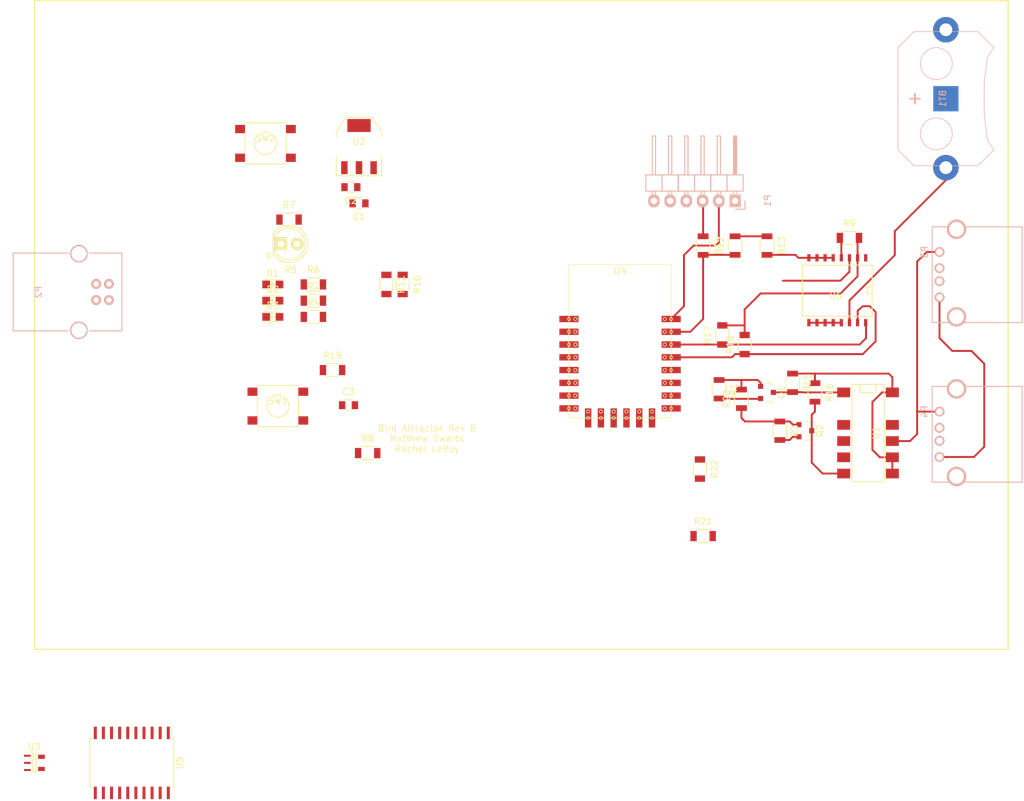
<source format=kicad_pcb>
(kicad_pcb (version 4) (host pcbnew 4.0.4-stable)

  (general
    (links 98)
    (no_connects 60)
    (area 0 0 0 0)
    (thickness 1.6)
    (drawings 5)
    (tracks 112)
    (zones 0)
    (modules 43)
    (nets 34)
  )

  (page USLetter)
  (title_block
    (title "Bird Attractor")
    (date 2016-10-15)
    (rev B)
    (company "Matthew Swarts and Rachel LeRoy")
    (comment 1 "MIT License")
  )

  (layers
    (0 F.Cu signal)
    (31 B.Cu signal)
    (32 B.Adhes user)
    (33 F.Adhes user)
    (34 B.Paste user)
    (35 F.Paste user)
    (36 B.SilkS user)
    (37 F.SilkS user)
    (38 B.Mask user)
    (39 F.Mask user)
    (40 Dwgs.User user)
    (41 Cmts.User user)
    (42 Eco1.User user)
    (43 Eco2.User user)
    (44 Edge.Cuts user)
    (45 Margin user)
    (46 B.CrtYd user)
    (47 F.CrtYd user)
    (48 B.Fab user)
    (49 F.Fab user)
  )

  (setup
    (last_trace_width 0.3)
    (user_trace_width 0.6)
    (user_trace_width 0.9)
    (trace_clearance 0.8)
    (zone_clearance 0.508)
    (zone_45_only no)
    (trace_min 0.2)
    (segment_width 0.2)
    (edge_width 0.15)
    (via_size 0.6)
    (via_drill 0.4)
    (via_min_size 0.4)
    (via_min_drill 0.3)
    (uvia_size 0.3)
    (uvia_drill 0.1)
    (uvias_allowed no)
    (uvia_min_size 0.2)
    (uvia_min_drill 0.1)
    (pcb_text_width 0.3)
    (pcb_text_size 1.5 1.5)
    (mod_edge_width 0.15)
    (mod_text_size 1 1)
    (mod_text_width 0.15)
    (pad_size 1.7272 1.7272)
    (pad_drill 1.016)
    (pad_to_mask_clearance 0.2)
    (aux_axis_origin 0 0)
    (visible_elements 7FFFFFFF)
    (pcbplotparams
      (layerselection 0x01020_00000001)
      (usegerberextensions false)
      (excludeedgelayer true)
      (linewidth 0.100000)
      (plotframeref false)
      (viasonmask false)
      (mode 1)
      (useauxorigin false)
      (hpglpennumber 1)
      (hpglpenspeed 20)
      (hpglpendiameter 15)
      (hpglpenoverlay 2)
      (psnegative false)
      (psa4output false)
      (plotreference true)
      (plotvalue true)
      (plotinvisibletext false)
      (padsonsilk false)
      (subtractmaskfromsilk false)
      (outputformat 1)
      (mirror false)
      (drillshape 0)
      (scaleselection 1)
      (outputdirectory gerbers/))
  )

  (net 0 "")
  (net 1 GND)
  (net 2 5V_IN)
  (net 3 "Net-(P2-Pad5)")
  (net 4 5V_OUT)
  (net 5 "Net-(P3-Pad5)")
  (net 6 "Net-(P4-Pad5)")
  (net 7 V33)
  (net 8 VBAT)
  (net 9 "Net-(D1-Pad2)")
  (net 10 "Net-(D2-Pad2)")
  (net 11 "Net-(D3-Pad2)")
  (net 12 TX)
  (net 13 RX)
  (net 14 RELAY_OFF33)
  (net 15 RELAY_OFF)
  (net 16 RELAY_ON33)
  (net 17 RELAY_ON)
  (net 18 LED_5V_IN)
  (net 19 LED_5V_OUT)
  (net 20 ADC)
  (net 21 LED_WIFI)
  (net 22 "Net-(R9-Pad1)")
  (net 23 CH_PD)
  (net 24 RX33)
  (net 25 "Net-(R12-Pad2)")
  (net 26 PROGRAM)
  (net 27 SDA)
  (net 28 SCL)
  (net 29 ALARM_WAKE)
  (net 30 DEEP_SLEEP_WAKE)
  (net 31 "Net-(R19-Pad1)")
  (net 32 "Net-(R21-Pad1)")
  (net 33 "Net-(R22-Pad1)")

  (net_class Default "This is the default net class."
    (clearance 0.8)
    (trace_width 0.3)
    (via_dia 0.6)
    (via_drill 0.4)
    (uvia_dia 0.3)
    (uvia_drill 0.1)
    (add_net 5V_IN)
    (add_net 5V_OUT)
    (add_net ADC)
    (add_net ALARM_WAKE)
    (add_net CH_PD)
    (add_net DEEP_SLEEP_WAKE)
    (add_net GND)
    (add_net LED_5V_IN)
    (add_net LED_5V_OUT)
    (add_net LED_WIFI)
    (add_net "Net-(D1-Pad2)")
    (add_net "Net-(D2-Pad2)")
    (add_net "Net-(D3-Pad2)")
    (add_net "Net-(P2-Pad5)")
    (add_net "Net-(P3-Pad5)")
    (add_net "Net-(P4-Pad5)")
    (add_net "Net-(R12-Pad2)")
    (add_net "Net-(R19-Pad1)")
    (add_net "Net-(R21-Pad1)")
    (add_net "Net-(R22-Pad1)")
    (add_net "Net-(R9-Pad1)")
    (add_net PROGRAM)
    (add_net RELAY_OFF)
    (add_net RELAY_OFF33)
    (add_net RELAY_ON)
    (add_net RELAY_ON33)
    (add_net RX)
    (add_net RX33)
    (add_net SCL)
    (add_net SDA)
    (add_net TX)
    (add_net V33)
    (add_net VBAT)
  )

  (module MyKiCadParts:DIP-12-SMD (layer F.Cu) (tedit 56AD2EFA) (tstamp 56B93F7A)
    (at 180 102 270)
    (tags "smd ")
    (path /56AD22E7)
    (attr smd)
    (fp_text reference U1 (at 6.35 -5.08 270) (layer F.SilkS)
      (effects (font (size 1 1) (thickness 0.15)))
    )
    (fp_text value PR_Relay_V23079 (at 6.35 -2.54 270) (layer F.Fab)
      (effects (font (size 1 1) (thickness 0.15)))
    )
    (fp_line (start -1.27 -6.35) (end 13.97 -6.35) (layer F.SilkS) (width 0.15))
    (fp_line (start 13.97 -6.35) (end 13.97 -1.27) (layer F.SilkS) (width 0.15))
    (fp_line (start 13.97 -1.27) (end -1.27 -1.27) (layer F.SilkS) (width 0.15))
    (fp_line (start -1.27 -6.35) (end -1.27 -1.27) (layer F.SilkS) (width 0.15))
    (fp_line (start -1.27 -5.08) (end 0 -5.08) (layer F.SilkS) (width 0.15))
    (fp_line (start 0 -5.08) (end 0 -2.54) (layer F.SilkS) (width 0.15))
    (fp_line (start 0 -2.54) (end -1.27 -2.54) (layer F.SilkS) (width 0.15))
    (pad 9 smd rect (at 7.62 -7.62 270) (size 1.524 2.032) (layers F.Cu F.Paste F.Mask)
      (net 4 5V_OUT))
    (pad 8 smd rect (at 10.16 -7.62 270) (size 1.524 2.032) (layers F.Cu F.Paste F.Mask)
      (net 2 5V_IN))
    (pad 7 smd rect (at 12.7 -7.62 270) (size 1.524 2.032) (layers F.Cu F.Paste F.Mask)
      (net 2 5V_IN))
    (pad 6 smd rect (at 12.7 0 270) (size 1.524 2.032) (layers F.Cu F.Paste F.Mask)
      (net 17 RELAY_ON))
    (pad 5 smd rect (at 10.16 0 270) (size 1.524 2.032) (layers F.Cu F.Paste F.Mask))
    (pad 4 smd rect (at 7.62 0 270) (size 1.524 2.032) (layers F.Cu F.Paste F.Mask))
    (pad 1 smd rect (at 0 0 270) (size 1.524 2.032) (layers F.Cu F.Paste F.Mask)
      (net 15 RELAY_OFF))
    (pad 3 smd rect (at 5.08 0 270) (size 1.524 2.032) (layers F.Cu F.Paste F.Mask))
    (pad 10 smd rect (at 5.08 -7.62 270) (size 1.524 2.032) (layers F.Cu F.Paste F.Mask))
    (pad 12 smd rect (at 0 -7.62 270) (size 1.524 2.032) (layers F.Cu F.Paste F.Mask)
      (net 2 5V_IN))
  )

  (module Resistors_SMD:R_1206 (layer F.Cu) (tedit 5415CFA7) (tstamp 56B93F25)
    (at 160.5 101.5 270)
    (descr "Resistor SMD 1206, reflow soldering, Vishay (see dcrcw.pdf)")
    (tags "resistor 1206")
    (path /56ABEC73)
    (attr smd)
    (fp_text reference R1 (at 0 -2.3 270) (layer F.SilkS)
      (effects (font (size 1 1) (thickness 0.15)))
    )
    (fp_text value 10K (at 0 2.3 270) (layer F.Fab)
      (effects (font (size 1 1) (thickness 0.15)))
    )
    (fp_line (start -2.2 -1.2) (end 2.2 -1.2) (layer F.CrtYd) (width 0.05))
    (fp_line (start -2.2 1.2) (end 2.2 1.2) (layer F.CrtYd) (width 0.05))
    (fp_line (start -2.2 -1.2) (end -2.2 1.2) (layer F.CrtYd) (width 0.05))
    (fp_line (start 2.2 -1.2) (end 2.2 1.2) (layer F.CrtYd) (width 0.05))
    (fp_line (start 1 1.075) (end -1 1.075) (layer F.SilkS) (width 0.15))
    (fp_line (start -1 -1.075) (end 1 -1.075) (layer F.SilkS) (width 0.15))
    (pad 1 smd rect (at -1.45 0 270) (size 0.9 1.7) (layers F.Cu F.Paste F.Mask)
      (net 7 V33))
    (pad 2 smd rect (at 1.45 0 270) (size 0.9 1.7) (layers F.Cu F.Paste F.Mask)
      (net 14 RELAY_OFF33))
    (model Resistors_SMD.3dshapes/R_1206.wrl
      (at (xyz 0 0 0))
      (scale (xyz 1 1 1))
      (rotate (xyz 0 0 0))
    )
  )

  (module Resistors_SMD:R_1206 (layer F.Cu) (tedit 5415CFA7) (tstamp 56B93F3D)
    (at 170 108 270)
    (descr "Resistor SMD 1206, reflow soldering, Vishay (see dcrcw.pdf)")
    (tags "resistor 1206")
    (path /58024414)
    (attr smd)
    (fp_text reference R3 (at 0 -2.3 270) (layer F.SilkS)
      (effects (font (size 1 1) (thickness 0.15)))
    )
    (fp_text value 10K (at 0 2.3 270) (layer F.Fab)
      (effects (font (size 1 1) (thickness 0.15)))
    )
    (fp_line (start -2.2 -1.2) (end 2.2 -1.2) (layer F.CrtYd) (width 0.05))
    (fp_line (start -2.2 1.2) (end 2.2 1.2) (layer F.CrtYd) (width 0.05))
    (fp_line (start -2.2 -1.2) (end -2.2 1.2) (layer F.CrtYd) (width 0.05))
    (fp_line (start 2.2 -1.2) (end 2.2 1.2) (layer F.CrtYd) (width 0.05))
    (fp_line (start 1 1.075) (end -1 1.075) (layer F.SilkS) (width 0.15))
    (fp_line (start -1 -1.075) (end 1 -1.075) (layer F.SilkS) (width 0.15))
    (pad 1 smd rect (at -1.45 0 270) (size 0.9 1.7) (layers F.Cu F.Paste F.Mask)
      (net 7 V33))
    (pad 2 smd rect (at 1.45 0 270) (size 0.9 1.7) (layers F.Cu F.Paste F.Mask)
      (net 16 RELAY_ON33))
    (model Resistors_SMD.3dshapes/R_1206.wrl
      (at (xyz 0 0 0))
      (scale (xyz 1 1 1))
      (rotate (xyz 0 0 0))
    )
  )

  (module LEDs:LED-0805 (layer F.Cu) (tedit 55BDE1C2) (tstamp 57FE7B12)
    (at 90.65 85.09)
    (descr "LED 0805 smd package")
    (tags "LED 0805 SMD")
    (path /57FE73F9)
    (attr smd)
    (fp_text reference D1 (at 0 -1.75) (layer F.SilkS)
      (effects (font (size 1 1) (thickness 0.15)))
    )
    (fp_text value LED (at 0 1.75) (layer F.Fab)
      (effects (font (size 1 1) (thickness 0.15)))
    )
    (fp_line (start -1.6 0.75) (end 1.1 0.75) (layer F.SilkS) (width 0.15))
    (fp_line (start -1.6 -0.75) (end 1.1 -0.75) (layer F.SilkS) (width 0.15))
    (fp_line (start -0.1 0.15) (end -0.1 -0.1) (layer F.SilkS) (width 0.15))
    (fp_line (start -0.1 -0.1) (end -0.25 0.05) (layer F.SilkS) (width 0.15))
    (fp_line (start -0.35 -0.35) (end -0.35 0.35) (layer F.SilkS) (width 0.15))
    (fp_line (start 0 0) (end 0.35 0) (layer F.SilkS) (width 0.15))
    (fp_line (start -0.35 0) (end 0 -0.35) (layer F.SilkS) (width 0.15))
    (fp_line (start 0 -0.35) (end 0 0.35) (layer F.SilkS) (width 0.15))
    (fp_line (start 0 0.35) (end -0.35 0) (layer F.SilkS) (width 0.15))
    (fp_line (start 1.9 -0.95) (end 1.9 0.95) (layer F.CrtYd) (width 0.05))
    (fp_line (start 1.9 0.95) (end -1.9 0.95) (layer F.CrtYd) (width 0.05))
    (fp_line (start -1.9 0.95) (end -1.9 -0.95) (layer F.CrtYd) (width 0.05))
    (fp_line (start -1.9 -0.95) (end 1.9 -0.95) (layer F.CrtYd) (width 0.05))
    (pad 2 smd rect (at 1.04902 0 180) (size 1.19888 1.19888) (layers F.Cu F.Paste F.Mask)
      (net 9 "Net-(D1-Pad2)"))
    (pad 1 smd rect (at -1.04902 0 180) (size 1.19888 1.19888) (layers F.Cu F.Paste F.Mask)
      (net 1 GND))
    (model LEDs.3dshapes/LED-0805.wrl
      (at (xyz 0 0 0))
      (scale (xyz 1 1 1))
      (rotate (xyz 0 0 0))
    )
  )

  (module Connect:USB_B (layer B.Cu) (tedit 55B36073) (tstamp 57FE7B1C)
    (at 65 85 180)
    (descr "USB B connector")
    (tags "USB_B USB_DEV")
    (path /57FE5369)
    (fp_text reference P2 (at 11.049 -1.27 450) (layer B.SilkS)
      (effects (font (size 1 1) (thickness 0.15)) (justify mirror))
    )
    (fp_text value USB_B (at 4.699 -1.27 450) (layer B.Fab)
      (effects (font (size 1 1) (thickness 0.15)) (justify mirror))
    )
    (fp_line (start 15.25 -8.9) (end -2.3 -8.9) (layer B.CrtYd) (width 0.05))
    (fp_line (start -2.3 -8.9) (end -2.3 6.35) (layer B.CrtYd) (width 0.05))
    (fp_line (start -2.3 6.35) (end 15.25 6.35) (layer B.CrtYd) (width 0.05))
    (fp_line (start 15.25 6.35) (end 15.25 -8.9) (layer B.CrtYd) (width 0.05))
    (fp_line (start 6.35 -7.366) (end 14.986 -7.366) (layer B.SilkS) (width 0.15))
    (fp_line (start -2.032 -7.366) (end 3.048 -7.366) (layer B.SilkS) (width 0.15))
    (fp_line (start 6.35 4.826) (end 14.986 4.826) (layer B.SilkS) (width 0.15))
    (fp_line (start -2.032 4.826) (end 3.048 4.826) (layer B.SilkS) (width 0.15))
    (fp_line (start 14.986 4.826) (end 14.986 -7.366) (layer B.SilkS) (width 0.15))
    (fp_line (start -2.032 -7.366) (end -2.032 4.826) (layer B.SilkS) (width 0.15))
    (pad 2 thru_hole circle (at 0 -2.54 270) (size 1.524 1.524) (drill 0.8128) (layers *.Cu *.Mask B.SilkS))
    (pad 1 thru_hole circle (at 0 0 270) (size 1.524 1.524) (drill 0.8128) (layers *.Cu *.Mask B.SilkS)
      (net 2 5V_IN))
    (pad 4 thru_hole circle (at 1.99898 0 270) (size 1.524 1.524) (drill 0.8128) (layers *.Cu *.Mask B.SilkS)
      (net 1 GND))
    (pad 3 thru_hole circle (at 1.99898 -2.54 270) (size 1.524 1.524) (drill 0.8128) (layers *.Cu *.Mask B.SilkS))
    (pad 5 thru_hole circle (at 4.699 -7.26948 270) (size 2.70002 2.70002) (drill 2.30124) (layers *.Cu *.Mask B.SilkS)
      (net 3 "Net-(P2-Pad5)"))
    (pad 5 thru_hole circle (at 4.699 4.72948 270) (size 2.70002 2.70002) (drill 2.30124) (layers *.Cu *.Mask B.SilkS)
      (net 3 "Net-(P2-Pad5)"))
    (model Connect.3dshapes/USB_B.wrl
      (at (xyz 0.185 -0.05 0.001))
      (scale (xyz 0.3937 0.3937 0.3937))
      (rotate (xyz 0 0 -90))
    )
  )

  (module Connect:USB_A (layer B.Cu) (tedit 5543E289) (tstamp 57FE7B26)
    (at 195 80 270)
    (descr "USB A connector")
    (tags "USB USB_A")
    (path /57FE56DE)
    (fp_text reference P3 (at 0 2.35 270) (layer B.SilkS)
      (effects (font (size 1 1) (thickness 0.15)) (justify mirror))
    )
    (fp_text value USB_A (at 3.83794 -7.43458 270) (layer B.Fab)
      (effects (font (size 1 1) (thickness 0.15)) (justify mirror))
    )
    (fp_line (start -5.3 -13.2) (end -5.3 1.4) (layer B.CrtYd) (width 0.05))
    (fp_line (start 11.95 1.4) (end 11.95 -13.2) (layer B.CrtYd) (width 0.05))
    (fp_line (start -5.3 -13.2) (end 11.95 -13.2) (layer B.CrtYd) (width 0.05))
    (fp_line (start -5.3 1.4) (end 11.95 1.4) (layer B.CrtYd) (width 0.05))
    (fp_line (start 11.04986 1.14512) (end 11.04986 -12.95188) (layer B.SilkS) (width 0.15))
    (fp_line (start -3.93614 -12.95188) (end -3.93614 1.14512) (layer B.SilkS) (width 0.15))
    (fp_line (start 11.04986 1.14512) (end -3.93614 1.14512) (layer B.SilkS) (width 0.15))
    (fp_line (start 11.04986 -12.95188) (end -3.93614 -12.95188) (layer B.SilkS) (width 0.15))
    (pad 4 thru_hole circle (at 7.11286 0.00212) (size 1.50114 1.50114) (drill 1.00076) (layers *.Cu *.Mask B.SilkS)
      (net 1 GND))
    (pad 3 thru_hole circle (at 4.57286 0.00212) (size 1.50114 1.50114) (drill 1.00076) (layers *.Cu *.Mask B.SilkS))
    (pad 2 thru_hole circle (at 2.54086 0.00212) (size 1.50114 1.50114) (drill 1.00076) (layers *.Cu *.Mask B.SilkS))
    (pad 1 thru_hole circle (at 0.00086 0.00212) (size 1.50114 1.50114) (drill 1.00076) (layers *.Cu *.Mask B.SilkS)
      (net 4 5V_OUT))
    (pad 5 thru_hole circle (at 10.16086 -2.66488) (size 2.99974 2.99974) (drill 2.30124) (layers *.Cu *.Mask B.SilkS)
      (net 5 "Net-(P3-Pad5)"))
    (pad 5 thru_hole circle (at -3.55514 -2.66488) (size 2.99974 2.99974) (drill 2.30124) (layers *.Cu *.Mask B.SilkS)
      (net 5 "Net-(P3-Pad5)"))
    (model Connect.3dshapes/USB_A.wrl
      (at (xyz 0.14 0 0))
      (scale (xyz 1 1 1))
      (rotate (xyz 0 0 90))
    )
  )

  (module TO_SOT_Packages_SMD:SOT-23 (layer F.Cu) (tedit 553634F8) (tstamp 57FE7B2D)
    (at 168 102 270)
    (descr "SOT-23, Standard")
    (tags SOT-23)
    (path /57FE739A)
    (attr smd)
    (fp_text reference Q1 (at 0 -2.25 270) (layer F.SilkS)
      (effects (font (size 1 1) (thickness 0.15)))
    )
    (fp_text value BSS138 (at 0 2.3 270) (layer F.Fab)
      (effects (font (size 1 1) (thickness 0.15)))
    )
    (fp_line (start -1.65 -1.6) (end 1.65 -1.6) (layer F.CrtYd) (width 0.05))
    (fp_line (start 1.65 -1.6) (end 1.65 1.6) (layer F.CrtYd) (width 0.05))
    (fp_line (start 1.65 1.6) (end -1.65 1.6) (layer F.CrtYd) (width 0.05))
    (fp_line (start -1.65 1.6) (end -1.65 -1.6) (layer F.CrtYd) (width 0.05))
    (fp_line (start 1.29916 -0.65024) (end 1.2509 -0.65024) (layer F.SilkS) (width 0.15))
    (fp_line (start -1.49982 0.0508) (end -1.49982 -0.65024) (layer F.SilkS) (width 0.15))
    (fp_line (start -1.49982 -0.65024) (end -1.2509 -0.65024) (layer F.SilkS) (width 0.15))
    (fp_line (start 1.29916 -0.65024) (end 1.49982 -0.65024) (layer F.SilkS) (width 0.15))
    (fp_line (start 1.49982 -0.65024) (end 1.49982 0.0508) (layer F.SilkS) (width 0.15))
    (pad 1 smd rect (at -0.95 1.00076 270) (size 0.8001 0.8001) (layers F.Cu F.Paste F.Mask)
      (net 7 V33))
    (pad 2 smd rect (at 0.95 1.00076 270) (size 0.8001 0.8001) (layers F.Cu F.Paste F.Mask)
      (net 14 RELAY_OFF33))
    (pad 3 smd rect (at 0 -0.99822 270) (size 0.8001 0.8001) (layers F.Cu F.Paste F.Mask)
      (net 15 RELAY_OFF))
    (model TO_SOT_Packages_SMD.3dshapes/SOT-23.wrl
      (at (xyz 0 0 0))
      (scale (xyz 1 1 1))
      (rotate (xyz 0 0 0))
    )
  )

  (module TO_SOT_Packages_SMD:SOT-23 (layer F.Cu) (tedit 553634F8) (tstamp 57FE7B34)
    (at 174 108 270)
    (descr "SOT-23, Standard")
    (tags SOT-23)
    (path /57FE9072)
    (attr smd)
    (fp_text reference Q2 (at 0 -2.25 270) (layer F.SilkS)
      (effects (font (size 1 1) (thickness 0.15)))
    )
    (fp_text value BSS138 (at 0 2.3 270) (layer F.Fab)
      (effects (font (size 1 1) (thickness 0.15)))
    )
    (fp_line (start -1.65 -1.6) (end 1.65 -1.6) (layer F.CrtYd) (width 0.05))
    (fp_line (start 1.65 -1.6) (end 1.65 1.6) (layer F.CrtYd) (width 0.05))
    (fp_line (start 1.65 1.6) (end -1.65 1.6) (layer F.CrtYd) (width 0.05))
    (fp_line (start -1.65 1.6) (end -1.65 -1.6) (layer F.CrtYd) (width 0.05))
    (fp_line (start 1.29916 -0.65024) (end 1.2509 -0.65024) (layer F.SilkS) (width 0.15))
    (fp_line (start -1.49982 0.0508) (end -1.49982 -0.65024) (layer F.SilkS) (width 0.15))
    (fp_line (start -1.49982 -0.65024) (end -1.2509 -0.65024) (layer F.SilkS) (width 0.15))
    (fp_line (start 1.29916 -0.65024) (end 1.49982 -0.65024) (layer F.SilkS) (width 0.15))
    (fp_line (start 1.49982 -0.65024) (end 1.49982 0.0508) (layer F.SilkS) (width 0.15))
    (pad 1 smd rect (at -0.95 1.00076 270) (size 0.8001 0.8001) (layers F.Cu F.Paste F.Mask)
      (net 7 V33))
    (pad 2 smd rect (at 0.95 1.00076 270) (size 0.8001 0.8001) (layers F.Cu F.Paste F.Mask)
      (net 16 RELAY_ON33))
    (pad 3 smd rect (at 0 -0.99822 270) (size 0.8001 0.8001) (layers F.Cu F.Paste F.Mask)
      (net 17 RELAY_ON))
    (model TO_SOT_Packages_SMD.3dshapes/SOT-23.wrl
      (at (xyz 0 0 0))
      (scale (xyz 1 1 1))
      (rotate (xyz 0 0 0))
    )
  )

  (module Buttons_Switches_SMD:SW_SPST_PTS645 (layer F.Cu) (tedit 54EA6920) (tstamp 57FE7B42)
    (at 91.44 104.14)
    (descr "C&K Components SPST SMD PTS645 Series 6mm Tact Switch")
    (tags "SPST Button Switch")
    (path /57FE5F0C)
    (fp_text reference SW1 (at 0 -0.8) (layer F.SilkS)
      (effects (font (size 1 1) (thickness 0.15)))
    )
    (fp_text value SW_PUSH (at 0.05 0.8) (layer F.Fab)
      (effects (font (size 1 1) (thickness 0.15)))
    )
    (fp_circle (center 0 0) (end 1.75 -0.05) (layer F.SilkS) (width 0.15))
    (fp_line (start 5.05 3.4) (end 5.05 -3.4) (layer F.CrtYd) (width 0.05))
    (fp_line (start -5.05 -3.4) (end -5.05 3.4) (layer F.CrtYd) (width 0.05))
    (fp_line (start -5.05 3.4) (end 5.05 3.4) (layer F.CrtYd) (width 0.05))
    (fp_line (start -5.05 -3.4) (end 5.05 -3.4) (layer F.CrtYd) (width 0.05))
    (fp_line (start 3.225 -3.225) (end 3.225 -3.1) (layer F.SilkS) (width 0.15))
    (fp_line (start 3.225 3.225) (end 3.225 3.1) (layer F.SilkS) (width 0.15))
    (fp_line (start -3.225 3.225) (end -3.225 3.1) (layer F.SilkS) (width 0.15))
    (fp_line (start -3.225 -3.1) (end -3.225 -3.225) (layer F.SilkS) (width 0.15))
    (fp_line (start 3.225 -1.4) (end 3.225 1.4) (layer F.SilkS) (width 0.15))
    (fp_line (start -3.225 -3.225) (end 3.225 -3.225) (layer F.SilkS) (width 0.15))
    (fp_line (start -3.225 -1.4) (end -3.225 1.4) (layer F.SilkS) (width 0.15))
    (fp_line (start -3.225 3.225) (end 3.225 3.225) (layer F.SilkS) (width 0.15))
    (pad 2 smd rect (at -3.975 2.25) (size 1.55 1.3) (layers F.Cu F.Paste F.Mask)
      (net 1 GND))
    (pad 1 smd rect (at -3.975 -2.25) (size 1.55 1.3) (layers F.Cu F.Paste F.Mask)
      (net 31 "Net-(R19-Pad1)"))
    (pad 1 smd rect (at 3.975 -2.25) (size 1.55 1.3) (layers F.Cu F.Paste F.Mask)
      (net 31 "Net-(R19-Pad1)"))
    (pad 2 smd rect (at 3.975 2.25) (size 1.55 1.3) (layers F.Cu F.Paste F.Mask)
      (net 1 GND))
  )

  (module MyKiCadParts:SOT-23-5-80 (layer F.Cu) (tedit 568AED9F) (tstamp 57FE7B4B)
    (at 53.34 160.02)
    (descr "5-pin SOT23 package")
    (tags SOT-23-5L)
    (path /57FE78B8)
    (attr smd)
    (fp_text reference U3 (at -0.05 -2.55) (layer F.SilkS)
      (effects (font (size 1 1) (thickness 0.15)))
    )
    (fp_text value SN74LVC1G14 (at -0.05 2.35) (layer F.Fab)
      (effects (font (size 1 1) (thickness 0.15)))
    )
    (fp_line (start -1.8 -1.6) (end 1.8 -1.6) (layer F.CrtYd) (width 0.05))
    (fp_line (start 1.8 -1.6) (end 1.8 1.6) (layer F.CrtYd) (width 0.05))
    (fp_line (start 1.8 1.6) (end -1.8 1.6) (layer F.CrtYd) (width 0.05))
    (fp_line (start -1.8 1.6) (end -1.8 -1.6) (layer F.CrtYd) (width 0.05))
    (fp_circle (center -0.3 -1.7) (end -0.2 -1.7) (layer F.SilkS) (width 0.15))
    (fp_line (start 0.25 -1.45) (end -0.25 -1.45) (layer F.SilkS) (width 0.15))
    (fp_line (start 0.25 1.45) (end 0.25 -1.45) (layer F.SilkS) (width 0.15))
    (fp_line (start -0.25 1.45) (end 0.25 1.45) (layer F.SilkS) (width 0.15))
    (fp_line (start -0.25 -1.45) (end -0.25 1.45) (layer F.SilkS) (width 0.15))
    (pad 1 smd rect (at -1.1 -1.12) (size 1.06 0.31) (layers F.Cu F.Paste F.Mask))
    (pad 2 smd rect (at -1.1 0) (size 1.06 0.31) (layers F.Cu F.Paste F.Mask))
    (pad 3 smd rect (at -1.1 1.12) (size 1.06 0.31) (layers F.Cu F.Paste F.Mask))
    (pad 4 smd rect (at 1.1 0.95) (size 1.06 0.65) (layers F.Cu F.Paste F.Mask))
    (pad 5 smd rect (at 1.1 -0.95) (size 1.06 0.65) (layers F.Cu F.Paste F.Mask))
    (model TO_SOT_Packages_SMD.3dshapes/SOT-23-5.wrl
      (at (xyz 0 0 0))
      (scale (xyz 1 1 1))
      (rotate (xyz 0 0 0))
    )
  )

  (module MyKiCadParts:ESP8266-12E-80 (layer F.Cu) (tedit 57EBB223) (tstamp 57FE7B65)
    (at 145 90)
    (path /57FE5320)
    (fp_text reference U4 (at 0 -7) (layer F.SilkS)
      (effects (font (size 1 1) (thickness 0.15)))
    )
    (fp_text value ESP8266-12E (at 0 -3.5) (layer F.Fab)
      (effects (font (size 1 1) (thickness 0.15)))
    )
    (fp_circle (center 7 0.5) (end 7 0.25) (layer F.SilkS) (width 0.1))
    (fp_circle (center 7 2.5) (end 7 2.25) (layer F.SilkS) (width 0.1))
    (fp_circle (center 7 4.5) (end 7 4.25) (layer F.SilkS) (width 0.1))
    (fp_circle (center 7 6.5) (end 7 6.25) (layer F.SilkS) (width 0.1))
    (fp_circle (center 7 8.5) (end 7 8.25) (layer F.SilkS) (width 0.1))
    (fp_circle (center 7 10.5) (end 7 10.25) (layer F.SilkS) (width 0.1))
    (fp_circle (center 7 12.5) (end 7 12.25) (layer F.SilkS) (width 0.1))
    (fp_circle (center 7 14.5) (end 7 14.25) (layer F.SilkS) (width 0.1))
    (fp_circle (center 5 15) (end 5 14.75) (layer F.SilkS) (width 0.1))
    (fp_circle (center 3 15) (end 3 14.75) (layer F.SilkS) (width 0.1))
    (fp_circle (center 1 15) (end 1 14.75) (layer F.SilkS) (width 0.1))
    (fp_circle (center -1 15) (end -1 14.75) (layer F.SilkS) (width 0.1))
    (fp_circle (center -3 15) (end -3 14.75) (layer F.SilkS) (width 0.1))
    (fp_circle (center -5 15) (end -5 14.75) (layer F.SilkS) (width 0.1))
    (fp_circle (center -7 14.5) (end -7 14.25) (layer F.SilkS) (width 0.1))
    (fp_circle (center -7 12.5) (end -7 12.25) (layer F.SilkS) (width 0.1))
    (fp_circle (center -7 10.5) (end -7 10.25) (layer F.SilkS) (width 0.1))
    (fp_circle (center -7 8.5) (end -7 8.25) (layer F.SilkS) (width 0.1))
    (fp_circle (center -7 6.5) (end -7 6.25) (layer F.SilkS) (width 0.1))
    (fp_circle (center -7 4.5) (end -7 4.25) (layer F.SilkS) (width 0.1))
    (fp_circle (center -7 2.5) (end -7 2.25) (layer F.SilkS) (width 0.1))
    (fp_circle (center -7 0.5) (end -7 0.25) (layer F.SilkS) (width 0.1))
    (fp_circle (center 8 0.5) (end 8.25 0.5) (layer F.SilkS) (width 0.1))
    (fp_circle (center 8 2.5) (end 8.25 2.5) (layer F.SilkS) (width 0.1))
    (fp_circle (center 8 4.5) (end 8.25 4.5) (layer F.SilkS) (width 0.1))
    (fp_circle (center 8 6.5) (end 8.25 6.5) (layer F.SilkS) (width 0.1))
    (fp_circle (center 8 8.5) (end 8.25 8.5) (layer F.SilkS) (width 0.1))
    (fp_circle (center 8 10.5) (end 8.25 10.5) (layer F.SilkS) (width 0.1))
    (fp_circle (center 8 12.5) (end 8.25 12.5) (layer F.SilkS) (width 0.1))
    (fp_circle (center 8 14.5) (end 8.25 14.5) (layer F.SilkS) (width 0.1))
    (fp_circle (center 5 16) (end 5 15.75) (layer F.SilkS) (width 0.1))
    (fp_circle (center 3 16) (end 3 15.75) (layer F.SilkS) (width 0.1))
    (fp_circle (center 1 16) (end 1 15.75) (layer F.SilkS) (width 0.1))
    (fp_circle (center -1 16) (end -1 15.75) (layer F.SilkS) (width 0.1))
    (fp_circle (center -3 16) (end -3 15.75) (layer F.SilkS) (width 0.1))
    (fp_circle (center -5 16) (end -5 15.75) (layer F.SilkS) (width 0.1))
    (fp_circle (center -8 14.5) (end -8 14.25) (layer F.SilkS) (width 0.1))
    (fp_circle (center -8 12.5) (end -8 12.25) (layer F.SilkS) (width 0.1))
    (fp_circle (center -8 10.5) (end -8 10.25) (layer F.SilkS) (width 0.1))
    (fp_circle (center -8 8.5) (end -8 8.25) (layer F.SilkS) (width 0.1))
    (fp_circle (center -8 6.5) (end -8 6.25) (layer F.SilkS) (width 0.1))
    (fp_circle (center -8 4.5) (end -8 4.25) (layer F.SilkS) (width 0.1))
    (fp_circle (center -8 2.5) (end -8 2.25) (layer F.SilkS) (width 0.1))
    (fp_circle (center -8 0.5) (end -8 0.25) (layer F.SilkS) (width 0.1))
    (fp_line (start -8 -8) (end 8 -8) (layer F.SilkS) (width 0.1))
    (fp_line (start 8 -8) (end 8 16) (layer F.SilkS) (width 0.1))
    (fp_line (start 8 16) (end -8 16) (layer F.SilkS) (width 0.1))
    (fp_line (start -8 16) (end -8 -8) (layer F.SilkS) (width 0.1))
    (pad 14 smd rect (at 5 16 90) (size 3 1) (layers F.Cu F.Paste F.Mask))
    (pad 13 smd rect (at 3 16 90) (size 3 1) (layers F.Cu F.Paste F.Mask))
    (pad 12 smd rect (at 1 16 90) (size 3 1) (layers F.Cu F.Paste F.Mask)
      (net 14 RELAY_OFF33))
    (pad 11 smd rect (at -1 16 90) (size 3 1) (layers F.Cu F.Paste F.Mask)
      (net 16 RELAY_ON33))
    (pad 10 smd rect (at -3 16 90) (size 3 1) (layers F.Cu F.Paste F.Mask))
    (pad 9 smd rect (at -5 16 90) (size 3 1) (layers F.Cu F.Paste F.Mask))
    (pad 1 smd rect (at -8 0.5) (size 3 1) (layers F.Cu F.Paste F.Mask)
      (net 29 ALARM_WAKE))
    (pad 2 smd rect (at -8 2.5) (size 3 1) (layers F.Cu F.Paste F.Mask)
      (net 20 ADC))
    (pad 3 smd rect (at -8 4.5) (size 3 1) (layers F.Cu F.Paste F.Mask)
      (net 23 CH_PD))
    (pad 4 smd rect (at -8 6.5) (size 3 1) (layers F.Cu F.Paste F.Mask)
      (net 30 DEEP_SLEEP_WAKE))
    (pad 5 smd rect (at -8 8.5) (size 3 1) (layers F.Cu F.Paste F.Mask)
      (net 21 LED_WIFI))
    (pad 6 smd rect (at -8 10.5) (size 3 1) (layers F.Cu F.Paste F.Mask)
      (net 18 LED_5V_IN))
    (pad 7 smd rect (at -8 12.5) (size 3 1) (layers F.Cu F.Paste F.Mask)
      (net 19 LED_5V_OUT))
    (pad 8 smd rect (at -8 14.5) (size 3 1) (layers F.Cu F.Paste F.Mask)
      (net 7 V33))
    (pad 15 smd rect (at 8 14.5) (size 3 1) (layers F.Cu F.Paste F.Mask)
      (net 1 GND))
    (pad 16 smd rect (at 8 12.5) (size 3 1) (layers F.Cu F.Paste F.Mask)
      (net 33 "Net-(R22-Pad1)"))
    (pad 17 smd rect (at 8 10.5) (size 3 1) (layers F.Cu F.Paste F.Mask)
      (net 32 "Net-(R21-Pad1)"))
    (pad 18 smd rect (at 8 8.5) (size 3 1) (layers F.Cu F.Paste F.Mask)
      (net 26 PROGRAM))
    (pad 19 smd rect (at 8 6.5) (size 3 1) (layers F.Cu F.Paste F.Mask)
      (net 27 SDA))
    (pad 20 smd rect (at 8 4.5) (size 3 1) (layers F.Cu F.Paste F.Mask)
      (net 28 SCL))
    (pad 21 smd rect (at 8 2.5) (size 3 1) (layers F.Cu F.Paste F.Mask)
      (net 24 RX33))
    (pad 22 smd rect (at 8 0.5) (size 3 1) (layers F.Cu F.Paste F.Mask)
      (net 12 TX))
  )

  (module MyKiCadParts:SOIC-20_7.5x12.8mm_Pitch1.27mm-80 (layer F.Cu) (tedit 567847F2) (tstamp 57FE7B7D)
    (at 68.58 160.02 270)
    (descr "20-Lead Plastic Small Outline (SO) - Wide, 7.50 mm Body [SOIC] (see Microchip Packaging Specification 00000049BS.pdf)")
    (tags "SOIC 1.27")
    (path /57FE8569)
    (attr smd)
    (fp_text reference U5 (at 0 -7.5 270) (layer F.SilkS)
      (effects (font (size 1 1) (thickness 0.15)))
    )
    (fp_text value PCF2129AT (at 0 7.5 270) (layer F.Fab)
      (effects (font (size 1 1) (thickness 0.15)))
    )
    (fp_line (start -5.95 -6.75) (end -5.95 6.75) (layer F.CrtYd) (width 0.05))
    (fp_line (start 5.95 -6.75) (end 5.95 6.75) (layer F.CrtYd) (width 0.05))
    (fp_line (start -5.95 -6.75) (end 5.95 -6.75) (layer F.CrtYd) (width 0.05))
    (fp_line (start -5.95 6.75) (end 5.95 6.75) (layer F.CrtYd) (width 0.05))
    (fp_line (start -3.875 -6.575) (end -3.875 -6.24) (layer F.SilkS) (width 0.15))
    (fp_line (start 3.875 -6.575) (end 3.875 -6.24) (layer F.SilkS) (width 0.15))
    (fp_line (start 3.875 6.575) (end 3.875 6.24) (layer F.SilkS) (width 0.15))
    (fp_line (start -3.875 6.575) (end -3.875 6.24) (layer F.SilkS) (width 0.15))
    (fp_line (start -3.875 -6.575) (end 3.875 -6.575) (layer F.SilkS) (width 0.15))
    (fp_line (start -3.875 6.575) (end 3.875 6.575) (layer F.SilkS) (width 0.15))
    (fp_line (start -3.875 -6.24) (end -5.675 -6.24) (layer F.SilkS) (width 0.15))
    (pad 1 smd rect (at -4.7 -5.715 270) (size 1.95 0.47) (layers F.Cu F.Paste F.Mask))
    (pad 2 smd rect (at -4.7 -4.445 270) (size 1.95 0.47) (layers F.Cu F.Paste F.Mask))
    (pad 3 smd rect (at -4.7 -3.175 270) (size 1.95 0.47) (layers F.Cu F.Paste F.Mask))
    (pad 4 smd rect (at -4.7 -1.905 270) (size 1.95 0.47) (layers F.Cu F.Paste F.Mask))
    (pad 5 smd rect (at -4.7 -0.635 270) (size 1.95 0.47) (layers F.Cu F.Paste F.Mask))
    (pad 6 smd rect (at -4.7 0.635 270) (size 1.95 0.47) (layers F.Cu F.Paste F.Mask))
    (pad 7 smd rect (at -4.7 1.905 270) (size 1.95 0.47) (layers F.Cu F.Paste F.Mask))
    (pad 8 smd rect (at -4.7 3.175 270) (size 1.95 0.47) (layers F.Cu F.Paste F.Mask))
    (pad 9 smd rect (at -4.7 4.445 270) (size 1.95 0.47) (layers F.Cu F.Paste F.Mask))
    (pad 10 smd rect (at -4.7 5.715 270) (size 1.95 0.47) (layers F.Cu F.Paste F.Mask))
    (pad 11 smd rect (at 4.7 5.715 270) (size 1.95 0.47) (layers F.Cu F.Paste F.Mask))
    (pad 12 smd rect (at 4.7 4.445 270) (size 1.95 0.47) (layers F.Cu F.Paste F.Mask))
    (pad 13 smd rect (at 4.7 3.175 270) (size 1.95 0.47) (layers F.Cu F.Paste F.Mask))
    (pad 14 smd rect (at 4.7 1.905 270) (size 1.95 0.47) (layers F.Cu F.Paste F.Mask))
    (pad 15 smd rect (at 4.7 0.635 270) (size 1.95 0.47) (layers F.Cu F.Paste F.Mask))
    (pad 16 smd rect (at 4.7 -0.635 270) (size 1.95 0.47) (layers F.Cu F.Paste F.Mask))
    (pad 17 smd rect (at 4.7 -1.905 270) (size 1.95 0.47) (layers F.Cu F.Paste F.Mask))
    (pad 18 smd rect (at 4.7 -3.175 270) (size 1.95 0.47) (layers F.Cu F.Paste F.Mask))
    (pad 19 smd rect (at 4.7 -4.445 270) (size 1.95 0.47) (layers F.Cu F.Paste F.Mask))
    (pad 20 smd rect (at 4.7 -5.715 270) (size 1.95 0.47) (layers F.Cu F.Paste F.Mask))
    (model Housings_SOIC.3dshapes/SOIC-20_7.5x12.8mm_Pitch1.27mm.wrl
      (at (xyz 0 0 0))
      (scale (xyz 1 1 1))
      (rotate (xyz 0 0 0))
    )
  )

  (module Connect:USB_A (layer B.Cu) (tedit 5543E289) (tstamp 57FE7C68)
    (at 195 105 270)
    (descr "USB A connector")
    (tags "USB USB_A")
    (path /57FEA640)
    (fp_text reference P4 (at 0 2.35 270) (layer B.SilkS)
      (effects (font (size 1 1) (thickness 0.15)) (justify mirror))
    )
    (fp_text value USB_A (at 3.83794 -7.43458 270) (layer B.Fab)
      (effects (font (size 1 1) (thickness 0.15)) (justify mirror))
    )
    (fp_line (start -5.3 -13.2) (end -5.3 1.4) (layer B.CrtYd) (width 0.05))
    (fp_line (start 11.95 1.4) (end 11.95 -13.2) (layer B.CrtYd) (width 0.05))
    (fp_line (start -5.3 -13.2) (end 11.95 -13.2) (layer B.CrtYd) (width 0.05))
    (fp_line (start -5.3 1.4) (end 11.95 1.4) (layer B.CrtYd) (width 0.05))
    (fp_line (start 11.04986 1.14512) (end 11.04986 -12.95188) (layer B.SilkS) (width 0.15))
    (fp_line (start -3.93614 -12.95188) (end -3.93614 1.14512) (layer B.SilkS) (width 0.15))
    (fp_line (start 11.04986 1.14512) (end -3.93614 1.14512) (layer B.SilkS) (width 0.15))
    (fp_line (start 11.04986 -12.95188) (end -3.93614 -12.95188) (layer B.SilkS) (width 0.15))
    (pad 4 thru_hole circle (at 7.11286 0.00212) (size 1.50114 1.50114) (drill 1.00076) (layers *.Cu *.Mask B.SilkS)
      (net 1 GND))
    (pad 3 thru_hole circle (at 4.57286 0.00212) (size 1.50114 1.50114) (drill 1.00076) (layers *.Cu *.Mask B.SilkS))
    (pad 2 thru_hole circle (at 2.54086 0.00212) (size 1.50114 1.50114) (drill 1.00076) (layers *.Cu *.Mask B.SilkS))
    (pad 1 thru_hole circle (at 0.00086 0.00212) (size 1.50114 1.50114) (drill 1.00076) (layers *.Cu *.Mask B.SilkS)
      (net 4 5V_OUT))
    (pad 5 thru_hole circle (at 10.16086 -2.66488) (size 2.99974 2.99974) (drill 2.30124) (layers *.Cu *.Mask B.SilkS)
      (net 6 "Net-(P4-Pad5)"))
    (pad 5 thru_hole circle (at -3.55514 -2.66488) (size 2.99974 2.99974) (drill 2.30124) (layers *.Cu *.Mask B.SilkS)
      (net 6 "Net-(P4-Pad5)"))
    (model Connect.3dshapes/USB_A.wrl
      (at (xyz 0.14 0 0))
      (scale (xyz 1 1 1))
      (rotate (xyz 0 0 90))
    )
  )

  (module Capacitors_SMD:C_0805 (layer F.Cu) (tedit 5415D6EA) (tstamp 580199F8)
    (at 104.14 72.39 180)
    (descr "Capacitor SMD 0805, reflow soldering, AVX (see smccp.pdf)")
    (tags "capacitor 0805")
    (path /58013CF1)
    (attr smd)
    (fp_text reference C1 (at 0 -2.1 180) (layer F.SilkS)
      (effects (font (size 1 1) (thickness 0.15)))
    )
    (fp_text value 1uF (at 0 2.1 180) (layer F.Fab)
      (effects (font (size 1 1) (thickness 0.15)))
    )
    (fp_line (start -1.8 -1) (end 1.8 -1) (layer F.CrtYd) (width 0.05))
    (fp_line (start -1.8 1) (end 1.8 1) (layer F.CrtYd) (width 0.05))
    (fp_line (start -1.8 -1) (end -1.8 1) (layer F.CrtYd) (width 0.05))
    (fp_line (start 1.8 -1) (end 1.8 1) (layer F.CrtYd) (width 0.05))
    (fp_line (start 0.5 -0.85) (end -0.5 -0.85) (layer F.SilkS) (width 0.15))
    (fp_line (start -0.5 0.85) (end 0.5 0.85) (layer F.SilkS) (width 0.15))
    (pad 1 smd rect (at -1 0 180) (size 1 1.25) (layers F.Cu F.Paste F.Mask)
      (net 2 5V_IN))
    (pad 2 smd rect (at 1 0 180) (size 1 1.25) (layers F.Cu F.Paste F.Mask)
      (net 1 GND))
    (model Capacitors_SMD.3dshapes/C_0805.wrl
      (at (xyz 0 0 0))
      (scale (xyz 1 1 1))
      (rotate (xyz 0 0 0))
    )
  )

  (module Capacitors_SMD:C_0805 (layer F.Cu) (tedit 5415D6EA) (tstamp 580199FE)
    (at 102.87 69.85 180)
    (descr "Capacitor SMD 0805, reflow soldering, AVX (see smccp.pdf)")
    (tags "capacitor 0805")
    (path /58013FD5)
    (attr smd)
    (fp_text reference C2 (at 0 -2.1 180) (layer F.SilkS)
      (effects (font (size 1 1) (thickness 0.15)))
    )
    (fp_text value 10uF (at 0 2.1 180) (layer F.Fab)
      (effects (font (size 1 1) (thickness 0.15)))
    )
    (fp_line (start -1.8 -1) (end 1.8 -1) (layer F.CrtYd) (width 0.05))
    (fp_line (start -1.8 1) (end 1.8 1) (layer F.CrtYd) (width 0.05))
    (fp_line (start -1.8 -1) (end -1.8 1) (layer F.CrtYd) (width 0.05))
    (fp_line (start 1.8 -1) (end 1.8 1) (layer F.CrtYd) (width 0.05))
    (fp_line (start 0.5 -0.85) (end -0.5 -0.85) (layer F.SilkS) (width 0.15))
    (fp_line (start -0.5 0.85) (end 0.5 0.85) (layer F.SilkS) (width 0.15))
    (pad 1 smd rect (at -1 0 180) (size 1 1.25) (layers F.Cu F.Paste F.Mask)
      (net 7 V33))
    (pad 2 smd rect (at 1 0 180) (size 1 1.25) (layers F.Cu F.Paste F.Mask)
      (net 1 GND))
    (model Capacitors_SMD.3dshapes/C_0805.wrl
      (at (xyz 0 0 0))
      (scale (xyz 1 1 1))
      (rotate (xyz 0 0 0))
    )
  )

  (module LEDs:LED-0805 (layer F.Cu) (tedit 55BDE1C2) (tstamp 58019A04)
    (at 90.65 87.63)
    (descr "LED 0805 smd package")
    (tags "LED 0805 SMD")
    (path /5801A77C)
    (attr smd)
    (fp_text reference D2 (at 0 -1.75) (layer F.SilkS)
      (effects (font (size 1 1) (thickness 0.15)))
    )
    (fp_text value LED (at 0 1.75) (layer F.Fab)
      (effects (font (size 1 1) (thickness 0.15)))
    )
    (fp_line (start -1.6 0.75) (end 1.1 0.75) (layer F.SilkS) (width 0.15))
    (fp_line (start -1.6 -0.75) (end 1.1 -0.75) (layer F.SilkS) (width 0.15))
    (fp_line (start -0.1 0.15) (end -0.1 -0.1) (layer F.SilkS) (width 0.15))
    (fp_line (start -0.1 -0.1) (end -0.25 0.05) (layer F.SilkS) (width 0.15))
    (fp_line (start -0.35 -0.35) (end -0.35 0.35) (layer F.SilkS) (width 0.15))
    (fp_line (start 0 0) (end 0.35 0) (layer F.SilkS) (width 0.15))
    (fp_line (start -0.35 0) (end 0 -0.35) (layer F.SilkS) (width 0.15))
    (fp_line (start 0 -0.35) (end 0 0.35) (layer F.SilkS) (width 0.15))
    (fp_line (start 0 0.35) (end -0.35 0) (layer F.SilkS) (width 0.15))
    (fp_line (start 1.9 -0.95) (end 1.9 0.95) (layer F.CrtYd) (width 0.05))
    (fp_line (start 1.9 0.95) (end -1.9 0.95) (layer F.CrtYd) (width 0.05))
    (fp_line (start -1.9 0.95) (end -1.9 -0.95) (layer F.CrtYd) (width 0.05))
    (fp_line (start -1.9 -0.95) (end 1.9 -0.95) (layer F.CrtYd) (width 0.05))
    (pad 2 smd rect (at 1.04902 0 180) (size 1.19888 1.19888) (layers F.Cu F.Paste F.Mask)
      (net 10 "Net-(D2-Pad2)"))
    (pad 1 smd rect (at -1.04902 0 180) (size 1.19888 1.19888) (layers F.Cu F.Paste F.Mask)
      (net 1 GND))
    (model LEDs.3dshapes/LED-0805.wrl
      (at (xyz 0 0 0))
      (scale (xyz 1 1 1))
      (rotate (xyz 0 0 0))
    )
  )

  (module LEDs:LED-0805 (layer F.Cu) (tedit 55BDE1C2) (tstamp 58019A0A)
    (at 90.65 90.17)
    (descr "LED 0805 smd package")
    (tags "LED 0805 SMD")
    (path /5801AC92)
    (attr smd)
    (fp_text reference D3 (at 0 -1.75) (layer F.SilkS)
      (effects (font (size 1 1) (thickness 0.15)))
    )
    (fp_text value LED (at 0 1.75) (layer F.Fab)
      (effects (font (size 1 1) (thickness 0.15)))
    )
    (fp_line (start -1.6 0.75) (end 1.1 0.75) (layer F.SilkS) (width 0.15))
    (fp_line (start -1.6 -0.75) (end 1.1 -0.75) (layer F.SilkS) (width 0.15))
    (fp_line (start -0.1 0.15) (end -0.1 -0.1) (layer F.SilkS) (width 0.15))
    (fp_line (start -0.1 -0.1) (end -0.25 0.05) (layer F.SilkS) (width 0.15))
    (fp_line (start -0.35 -0.35) (end -0.35 0.35) (layer F.SilkS) (width 0.15))
    (fp_line (start 0 0) (end 0.35 0) (layer F.SilkS) (width 0.15))
    (fp_line (start -0.35 0) (end 0 -0.35) (layer F.SilkS) (width 0.15))
    (fp_line (start 0 -0.35) (end 0 0.35) (layer F.SilkS) (width 0.15))
    (fp_line (start 0 0.35) (end -0.35 0) (layer F.SilkS) (width 0.15))
    (fp_line (start 1.9 -0.95) (end 1.9 0.95) (layer F.CrtYd) (width 0.05))
    (fp_line (start 1.9 0.95) (end -1.9 0.95) (layer F.CrtYd) (width 0.05))
    (fp_line (start -1.9 0.95) (end -1.9 -0.95) (layer F.CrtYd) (width 0.05))
    (fp_line (start -1.9 -0.95) (end 1.9 -0.95) (layer F.CrtYd) (width 0.05))
    (pad 2 smd rect (at 1.04902 0 180) (size 1.19888 1.19888) (layers F.Cu F.Paste F.Mask)
      (net 11 "Net-(D3-Pad2)"))
    (pad 1 smd rect (at -1.04902 0 180) (size 1.19888 1.19888) (layers F.Cu F.Paste F.Mask)
      (net 1 GND))
    (model LEDs.3dshapes/LED-0805.wrl
      (at (xyz 0 0 0))
      (scale (xyz 1 1 1))
      (rotate (xyz 0 0 0))
    )
  )

  (module Pin_Headers:Pin_Header_Angled_1x06 (layer B.Cu) (tedit 0) (tstamp 58019A14)
    (at 163 72 90)
    (descr "Through hole pin header")
    (tags "pin header")
    (path /58020A26)
    (fp_text reference P1 (at 0 5.1 90) (layer B.SilkS)
      (effects (font (size 1 1) (thickness 0.15)) (justify mirror))
    )
    (fp_text value FTDI (at 0 3.1 90) (layer B.Fab)
      (effects (font (size 1 1) (thickness 0.15)) (justify mirror))
    )
    (fp_line (start -1.5 1.75) (end -1.5 -14.45) (layer B.CrtYd) (width 0.05))
    (fp_line (start 10.65 1.75) (end 10.65 -14.45) (layer B.CrtYd) (width 0.05))
    (fp_line (start -1.5 1.75) (end 10.65 1.75) (layer B.CrtYd) (width 0.05))
    (fp_line (start -1.5 -14.45) (end 10.65 -14.45) (layer B.CrtYd) (width 0.05))
    (fp_line (start -1.3 1.55) (end -1.3 0) (layer B.SilkS) (width 0.15))
    (fp_line (start 0 1.55) (end -1.3 1.55) (layer B.SilkS) (width 0.15))
    (fp_line (start 4.191 0.127) (end 10.033 0.127) (layer B.SilkS) (width 0.15))
    (fp_line (start 10.033 0.127) (end 10.033 -0.127) (layer B.SilkS) (width 0.15))
    (fp_line (start 10.033 -0.127) (end 4.191 -0.127) (layer B.SilkS) (width 0.15))
    (fp_line (start 4.191 -0.127) (end 4.191 0) (layer B.SilkS) (width 0.15))
    (fp_line (start 4.191 0) (end 10.033 0) (layer B.SilkS) (width 0.15))
    (fp_line (start 1.524 0.254) (end 1.143 0.254) (layer B.SilkS) (width 0.15))
    (fp_line (start 1.524 -0.254) (end 1.143 -0.254) (layer B.SilkS) (width 0.15))
    (fp_line (start 1.524 -2.286) (end 1.143 -2.286) (layer B.SilkS) (width 0.15))
    (fp_line (start 1.524 -2.794) (end 1.143 -2.794) (layer B.SilkS) (width 0.15))
    (fp_line (start 1.524 -4.826) (end 1.143 -4.826) (layer B.SilkS) (width 0.15))
    (fp_line (start 1.524 -5.334) (end 1.143 -5.334) (layer B.SilkS) (width 0.15))
    (fp_line (start 1.524 -12.954) (end 1.143 -12.954) (layer B.SilkS) (width 0.15))
    (fp_line (start 1.524 -12.446) (end 1.143 -12.446) (layer B.SilkS) (width 0.15))
    (fp_line (start 1.524 -10.414) (end 1.143 -10.414) (layer B.SilkS) (width 0.15))
    (fp_line (start 1.524 -9.906) (end 1.143 -9.906) (layer B.SilkS) (width 0.15))
    (fp_line (start 1.524 -7.874) (end 1.143 -7.874) (layer B.SilkS) (width 0.15))
    (fp_line (start 1.524 -7.366) (end 1.143 -7.366) (layer B.SilkS) (width 0.15))
    (fp_line (start 1.524 1.27) (end 4.064 1.27) (layer B.SilkS) (width 0.15))
    (fp_line (start 1.524 -1.27) (end 4.064 -1.27) (layer B.SilkS) (width 0.15))
    (fp_line (start 1.524 -1.27) (end 1.524 -3.81) (layer B.SilkS) (width 0.15))
    (fp_line (start 1.524 -3.81) (end 4.064 -3.81) (layer B.SilkS) (width 0.15))
    (fp_line (start 4.064 -2.286) (end 10.16 -2.286) (layer B.SilkS) (width 0.15))
    (fp_line (start 10.16 -2.286) (end 10.16 -2.794) (layer B.SilkS) (width 0.15))
    (fp_line (start 10.16 -2.794) (end 4.064 -2.794) (layer B.SilkS) (width 0.15))
    (fp_line (start 4.064 -3.81) (end 4.064 -1.27) (layer B.SilkS) (width 0.15))
    (fp_line (start 4.064 -1.27) (end 4.064 1.27) (layer B.SilkS) (width 0.15))
    (fp_line (start 10.16 -0.254) (end 4.064 -0.254) (layer B.SilkS) (width 0.15))
    (fp_line (start 10.16 0.254) (end 10.16 -0.254) (layer B.SilkS) (width 0.15))
    (fp_line (start 4.064 0.254) (end 10.16 0.254) (layer B.SilkS) (width 0.15))
    (fp_line (start 1.524 -1.27) (end 4.064 -1.27) (layer B.SilkS) (width 0.15))
    (fp_line (start 1.524 1.27) (end 1.524 -1.27) (layer B.SilkS) (width 0.15))
    (fp_line (start 1.524 -8.89) (end 4.064 -8.89) (layer B.SilkS) (width 0.15))
    (fp_line (start 1.524 -8.89) (end 1.524 -11.43) (layer B.SilkS) (width 0.15))
    (fp_line (start 1.524 -11.43) (end 4.064 -11.43) (layer B.SilkS) (width 0.15))
    (fp_line (start 4.064 -9.906) (end 10.16 -9.906) (layer B.SilkS) (width 0.15))
    (fp_line (start 10.16 -9.906) (end 10.16 -10.414) (layer B.SilkS) (width 0.15))
    (fp_line (start 10.16 -10.414) (end 4.064 -10.414) (layer B.SilkS) (width 0.15))
    (fp_line (start 4.064 -11.43) (end 4.064 -8.89) (layer B.SilkS) (width 0.15))
    (fp_line (start 4.064 -13.97) (end 4.064 -11.43) (layer B.SilkS) (width 0.15))
    (fp_line (start 10.16 -12.954) (end 4.064 -12.954) (layer B.SilkS) (width 0.15))
    (fp_line (start 10.16 -12.446) (end 10.16 -12.954) (layer B.SilkS) (width 0.15))
    (fp_line (start 4.064 -12.446) (end 10.16 -12.446) (layer B.SilkS) (width 0.15))
    (fp_line (start 1.524 -13.97) (end 4.064 -13.97) (layer B.SilkS) (width 0.15))
    (fp_line (start 1.524 -11.43) (end 1.524 -13.97) (layer B.SilkS) (width 0.15))
    (fp_line (start 1.524 -11.43) (end 4.064 -11.43) (layer B.SilkS) (width 0.15))
    (fp_line (start 1.524 -6.35) (end 4.064 -6.35) (layer B.SilkS) (width 0.15))
    (fp_line (start 1.524 -6.35) (end 1.524 -8.89) (layer B.SilkS) (width 0.15))
    (fp_line (start 1.524 -8.89) (end 4.064 -8.89) (layer B.SilkS) (width 0.15))
    (fp_line (start 4.064 -7.366) (end 10.16 -7.366) (layer B.SilkS) (width 0.15))
    (fp_line (start 10.16 -7.366) (end 10.16 -7.874) (layer B.SilkS) (width 0.15))
    (fp_line (start 10.16 -7.874) (end 4.064 -7.874) (layer B.SilkS) (width 0.15))
    (fp_line (start 4.064 -8.89) (end 4.064 -6.35) (layer B.SilkS) (width 0.15))
    (fp_line (start 4.064 -6.35) (end 4.064 -3.81) (layer B.SilkS) (width 0.15))
    (fp_line (start 10.16 -5.334) (end 4.064 -5.334) (layer B.SilkS) (width 0.15))
    (fp_line (start 10.16 -4.826) (end 10.16 -5.334) (layer B.SilkS) (width 0.15))
    (fp_line (start 4.064 -4.826) (end 10.16 -4.826) (layer B.SilkS) (width 0.15))
    (fp_line (start 1.524 -6.35) (end 4.064 -6.35) (layer B.SilkS) (width 0.15))
    (fp_line (start 1.524 -3.81) (end 1.524 -6.35) (layer B.SilkS) (width 0.15))
    (fp_line (start 1.524 -3.81) (end 4.064 -3.81) (layer B.SilkS) (width 0.15))
    (pad 1 thru_hole rect (at 0 0 90) (size 2.032 1.7272) (drill 1.016) (layers *.Cu *.Mask B.SilkS))
    (pad 2 thru_hole oval (at 0 -2.54 90) (size 2.032 1.7272) (drill 1.016) (layers *.Cu *.Mask B.SilkS)
      (net 12 TX))
    (pad 3 thru_hole oval (at 0 -5.08 90) (size 2.032 1.7272) (drill 1.016) (layers *.Cu *.Mask B.SilkS)
      (net 13 RX))
    (pad 4 thru_hole oval (at 0 -7.62 90) (size 2.032 1.7272) (drill 1.016) (layers *.Cu *.Mask B.SilkS)
      (net 2 5V_IN))
    (pad 5 thru_hole oval (at 0 -10.16 90) (size 2.032 1.7272) (drill 1.016) (layers *.Cu *.Mask B.SilkS))
    (pad 6 thru_hole oval (at 0 -12.7 90) (size 2.032 1.7272) (drill 1.016) (layers *.Cu *.Mask B.SilkS)
      (net 1 GND))
    (model Pin_Headers.3dshapes/Pin_Header_Angled_1x06.wrl
      (at (xyz 0 -0.25 0))
      (scale (xyz 1 1 1))
      (rotate (xyz 0 0 90))
    )
  )

  (module Capacitors_SMD:C_1206 (layer F.Cu) (tedit 5415D7BD) (tstamp 58019A1A)
    (at 97 85.09)
    (descr "Capacitor SMD 1206, reflow soldering, AVX (see smccp.pdf)")
    (tags "capacitor 1206")
    (path /58012862)
    (attr smd)
    (fp_text reference R6 (at 0 -2.3) (layer F.SilkS)
      (effects (font (size 1 1) (thickness 0.15)))
    )
    (fp_text value 18 (at 0 2.3) (layer F.Fab)
      (effects (font (size 1 1) (thickness 0.15)))
    )
    (fp_line (start -2.3 -1.15) (end 2.3 -1.15) (layer F.CrtYd) (width 0.05))
    (fp_line (start -2.3 1.15) (end 2.3 1.15) (layer F.CrtYd) (width 0.05))
    (fp_line (start -2.3 -1.15) (end -2.3 1.15) (layer F.CrtYd) (width 0.05))
    (fp_line (start 2.3 -1.15) (end 2.3 1.15) (layer F.CrtYd) (width 0.05))
    (fp_line (start 1 -1.025) (end -1 -1.025) (layer F.SilkS) (width 0.15))
    (fp_line (start -1 1.025) (end 1 1.025) (layer F.SilkS) (width 0.15))
    (pad 1 smd rect (at -1.5 0) (size 1 1.6) (layers F.Cu F.Paste F.Mask)
      (net 9 "Net-(D1-Pad2)"))
    (pad 2 smd rect (at 1.5 0) (size 1 1.6) (layers F.Cu F.Paste F.Mask)
      (net 21 LED_WIFI))
    (model Capacitors_SMD.3dshapes/C_1206.wrl
      (at (xyz 0 0 0))
      (scale (xyz 1 1 1))
      (rotate (xyz 0 0 0))
    )
  )

  (module Capacitors_SMD:C_1206 (layer F.Cu) (tedit 5415D7BD) (tstamp 58019A20)
    (at 93.19 74.93)
    (descr "Capacitor SMD 1206, reflow soldering, AVX (see smccp.pdf)")
    (tags "capacitor 1206")
    (path /58011A13)
    (attr smd)
    (fp_text reference R7 (at 0 -2.3) (layer F.SilkS)
      (effects (font (size 1 1) (thickness 0.15)))
    )
    (fp_text value 1K (at 0 2.3) (layer F.Fab)
      (effects (font (size 1 1) (thickness 0.15)))
    )
    (fp_line (start -2.3 -1.15) (end 2.3 -1.15) (layer F.CrtYd) (width 0.05))
    (fp_line (start -2.3 1.15) (end 2.3 1.15) (layer F.CrtYd) (width 0.05))
    (fp_line (start -2.3 -1.15) (end -2.3 1.15) (layer F.CrtYd) (width 0.05))
    (fp_line (start 2.3 -1.15) (end 2.3 1.15) (layer F.CrtYd) (width 0.05))
    (fp_line (start 1 -1.025) (end -1 -1.025) (layer F.SilkS) (width 0.15))
    (fp_line (start -1 1.025) (end 1 1.025) (layer F.SilkS) (width 0.15))
    (pad 1 smd rect (at -1.5 0) (size 1 1.6) (layers F.Cu F.Paste F.Mask)
      (net 1 GND))
    (pad 2 smd rect (at 1.5 0) (size 1 1.6) (layers F.Cu F.Paste F.Mask)
      (net 20 ADC))
    (model Capacitors_SMD.3dshapes/C_1206.wrl
      (at (xyz 0 0 0))
      (scale (xyz 1 1 1))
      (rotate (xyz 0 0 0))
    )
  )

  (module Capacitors_SMD:C_1206 (layer F.Cu) (tedit 5415D7BD) (tstamp 58019A26)
    (at 105.5 111.5)
    (descr "Capacitor SMD 1206, reflow soldering, AVX (see smccp.pdf)")
    (tags "capacitor 1206")
    (path /58026CE1)
    (attr smd)
    (fp_text reference R8 (at 0 -2.3) (layer F.SilkS)
      (effects (font (size 1 1) (thickness 0.15)))
    )
    (fp_text value 2.7K (at 0 2.3) (layer F.Fab)
      (effects (font (size 1 1) (thickness 0.15)))
    )
    (fp_line (start -2.3 -1.15) (end 2.3 -1.15) (layer F.CrtYd) (width 0.05))
    (fp_line (start -2.3 1.15) (end 2.3 1.15) (layer F.CrtYd) (width 0.05))
    (fp_line (start -2.3 -1.15) (end -2.3 1.15) (layer F.CrtYd) (width 0.05))
    (fp_line (start 2.3 -1.15) (end 2.3 1.15) (layer F.CrtYd) (width 0.05))
    (fp_line (start 1 -1.025) (end -1 -1.025) (layer F.SilkS) (width 0.15))
    (fp_line (start -1 1.025) (end 1 1.025) (layer F.SilkS) (width 0.15))
    (pad 1 smd rect (at -1.5 0) (size 1 1.6) (layers F.Cu F.Paste F.Mask)
      (net 29 ALARM_WAKE))
    (pad 2 smd rect (at 1.5 0) (size 1 1.6) (layers F.Cu F.Paste F.Mask)
      (net 30 DEEP_SLEEP_WAKE))
    (model Capacitors_SMD.3dshapes/C_1206.wrl
      (at (xyz 0 0 0))
      (scale (xyz 1 1 1))
      (rotate (xyz 0 0 0))
    )
  )

  (module Capacitors_SMD:C_1206 (layer F.Cu) (tedit 5415D7BD) (tstamp 58019A2C)
    (at 180.9 77.8)
    (descr "Capacitor SMD 1206, reflow soldering, AVX (see smccp.pdf)")
    (tags "capacitor 1206")
    (path /5801111C)
    (attr smd)
    (fp_text reference R9 (at 0 -2.3) (layer F.SilkS)
      (effects (font (size 1 1) (thickness 0.15)))
    )
    (fp_text value 100K (at 0 2.3) (layer F.Fab)
      (effects (font (size 1 1) (thickness 0.15)))
    )
    (fp_line (start -2.3 -1.15) (end 2.3 -1.15) (layer F.CrtYd) (width 0.05))
    (fp_line (start -2.3 1.15) (end 2.3 1.15) (layer F.CrtYd) (width 0.05))
    (fp_line (start -2.3 -1.15) (end -2.3 1.15) (layer F.CrtYd) (width 0.05))
    (fp_line (start 2.3 -1.15) (end 2.3 1.15) (layer F.CrtYd) (width 0.05))
    (fp_line (start 1 -1.025) (end -1 -1.025) (layer F.SilkS) (width 0.15))
    (fp_line (start -1 1.025) (end 1 1.025) (layer F.SilkS) (width 0.15))
    (pad 1 smd rect (at -1.5 0) (size 1 1.6) (layers F.Cu F.Paste F.Mask)
      (net 22 "Net-(R9-Pad1)"))
    (pad 2 smd rect (at 1.5 0) (size 1 1.6) (layers F.Cu F.Paste F.Mask)
      (net 7 V33))
    (model Capacitors_SMD.3dshapes/C_1206.wrl
      (at (xyz 0 0 0))
      (scale (xyz 1 1 1))
      (rotate (xyz 0 0 0))
    )
  )

  (module Capacitors_SMD:C_1206 (layer F.Cu) (tedit 5415D7BD) (tstamp 58019A32)
    (at 110.97 85.09 270)
    (descr "Capacitor SMD 1206, reflow soldering, AVX (see smccp.pdf)")
    (tags "capacitor 1206")
    (path /5801A538)
    (attr smd)
    (fp_text reference R10 (at 0 -2.3 270) (layer F.SilkS)
      (effects (font (size 1 1) (thickness 0.15)))
    )
    (fp_text value 10K (at 0 2.3 270) (layer F.Fab)
      (effects (font (size 1 1) (thickness 0.15)))
    )
    (fp_line (start -2.3 -1.15) (end 2.3 -1.15) (layer F.CrtYd) (width 0.05))
    (fp_line (start -2.3 1.15) (end 2.3 1.15) (layer F.CrtYd) (width 0.05))
    (fp_line (start -2.3 -1.15) (end -2.3 1.15) (layer F.CrtYd) (width 0.05))
    (fp_line (start 2.3 -1.15) (end 2.3 1.15) (layer F.CrtYd) (width 0.05))
    (fp_line (start 1 -1.025) (end -1 -1.025) (layer F.SilkS) (width 0.15))
    (fp_line (start -1 1.025) (end 1 1.025) (layer F.SilkS) (width 0.15))
    (pad 1 smd rect (at -1.5 0 270) (size 1 1.6) (layers F.Cu F.Paste F.Mask)
      (net 23 CH_PD))
    (pad 2 smd rect (at 1.5 0 270) (size 1 1.6) (layers F.Cu F.Paste F.Mask)
      (net 7 V33))
    (model Capacitors_SMD.3dshapes/C_1206.wrl
      (at (xyz 0 0 0))
      (scale (xyz 1 1 1))
      (rotate (xyz 0 0 0))
    )
  )

  (module Capacitors_SMD:C_1206 (layer F.Cu) (tedit 5415D7BD) (tstamp 58019A38)
    (at 108.43 85.09 270)
    (descr "Capacitor SMD 1206, reflow soldering, AVX (see smccp.pdf)")
    (tags "capacitor 1206")
    (path /5801BFC0)
    (attr smd)
    (fp_text reference R11 (at 0 -2.3 270) (layer F.SilkS)
      (effects (font (size 1 1) (thickness 0.15)))
    )
    (fp_text value 10K (at 0 2.3 270) (layer F.Fab)
      (effects (font (size 1 1) (thickness 0.15)))
    )
    (fp_line (start -2.3 -1.15) (end 2.3 -1.15) (layer F.CrtYd) (width 0.05))
    (fp_line (start -2.3 1.15) (end 2.3 1.15) (layer F.CrtYd) (width 0.05))
    (fp_line (start -2.3 -1.15) (end -2.3 1.15) (layer F.CrtYd) (width 0.05))
    (fp_line (start 2.3 -1.15) (end 2.3 1.15) (layer F.CrtYd) (width 0.05))
    (fp_line (start 1 -1.025) (end -1 -1.025) (layer F.SilkS) (width 0.15))
    (fp_line (start -1 1.025) (end 1 1.025) (layer F.SilkS) (width 0.15))
    (pad 1 smd rect (at -1.5 0 270) (size 1 1.6) (layers F.Cu F.Paste F.Mask)
      (net 7 V33))
    (pad 2 smd rect (at 1.5 0 270) (size 1 1.6) (layers F.Cu F.Paste F.Mask)
      (net 29 ALARM_WAKE))
    (model Capacitors_SMD.3dshapes/C_1206.wrl
      (at (xyz 0 0 0))
      (scale (xyz 1 1 1))
      (rotate (xyz 0 0 0))
    )
  )

  (module Resistors_SMD:R_1206 (layer F.Cu) (tedit 5415CFA7) (tstamp 58019A3E)
    (at 163 79 90)
    (descr "Resistor SMD 1206, reflow soldering, Vishay (see dcrcw.pdf)")
    (tags "resistor 1206")
    (path /58022E8A)
    (attr smd)
    (fp_text reference R12 (at 0 -2.3 90) (layer F.SilkS)
      (effects (font (size 1 1) (thickness 0.15)))
    )
    (fp_text value 10K (at 0 2.3 90) (layer F.Fab)
      (effects (font (size 1 1) (thickness 0.15)))
    )
    (fp_line (start -2.2 -1.2) (end 2.2 -1.2) (layer F.CrtYd) (width 0.05))
    (fp_line (start -2.2 1.2) (end 2.2 1.2) (layer F.CrtYd) (width 0.05))
    (fp_line (start -2.2 -1.2) (end -2.2 1.2) (layer F.CrtYd) (width 0.05))
    (fp_line (start 2.2 -1.2) (end 2.2 1.2) (layer F.CrtYd) (width 0.05))
    (fp_line (start 1 1.075) (end -1 1.075) (layer F.SilkS) (width 0.15))
    (fp_line (start -1 -1.075) (end 1 -1.075) (layer F.SilkS) (width 0.15))
    (pad 1 smd rect (at -1.45 0 90) (size 0.9 1.7) (layers F.Cu F.Paste F.Mask)
      (net 24 RX33))
    (pad 2 smd rect (at 1.45 0 90) (size 0.9 1.7) (layers F.Cu F.Paste F.Mask)
      (net 25 "Net-(R12-Pad2)"))
    (model Resistors_SMD.3dshapes/R_1206.wrl
      (at (xyz 0 0 0))
      (scale (xyz 1 1 1))
      (rotate (xyz 0 0 0))
    )
  )

  (module Resistors_SMD:R_1206 (layer F.Cu) (tedit 5415CFA7) (tstamp 58019A44)
    (at 168 79 270)
    (descr "Resistor SMD 1206, reflow soldering, Vishay (see dcrcw.pdf)")
    (tags "resistor 1206")
    (path /58022EFD)
    (attr smd)
    (fp_text reference R13 (at 0 -2.3 270) (layer F.SilkS)
      (effects (font (size 1 1) (thickness 0.15)))
    )
    (fp_text value 10K (at 0 2.3 270) (layer F.Fab)
      (effects (font (size 1 1) (thickness 0.15)))
    )
    (fp_line (start -2.2 -1.2) (end 2.2 -1.2) (layer F.CrtYd) (width 0.05))
    (fp_line (start -2.2 1.2) (end 2.2 1.2) (layer F.CrtYd) (width 0.05))
    (fp_line (start -2.2 -1.2) (end -2.2 1.2) (layer F.CrtYd) (width 0.05))
    (fp_line (start 2.2 -1.2) (end 2.2 1.2) (layer F.CrtYd) (width 0.05))
    (fp_line (start 1 1.075) (end -1 1.075) (layer F.SilkS) (width 0.15))
    (fp_line (start -1 -1.075) (end 1 -1.075) (layer F.SilkS) (width 0.15))
    (pad 1 smd rect (at -1.45 0 270) (size 0.9 1.7) (layers F.Cu F.Paste F.Mask)
      (net 25 "Net-(R12-Pad2)"))
    (pad 2 smd rect (at 1.45 0 270) (size 0.9 1.7) (layers F.Cu F.Paste F.Mask)
      (net 1 GND))
    (model Resistors_SMD.3dshapes/R_1206.wrl
      (at (xyz 0 0 0))
      (scale (xyz 1 1 1))
      (rotate (xyz 0 0 0))
    )
  )

  (module Resistors_SMD:R_1206 (layer F.Cu) (tedit 5415CFA7) (tstamp 58019A4A)
    (at 158 79 270)
    (descr "Resistor SMD 1206, reflow soldering, Vishay (see dcrcw.pdf)")
    (tags "resistor 1206")
    (path /5802278F)
    (attr smd)
    (fp_text reference R14 (at 0 -2.3 270) (layer F.SilkS)
      (effects (font (size 1 1) (thickness 0.15)))
    )
    (fp_text value 10K/0 (at 0 2.3 270) (layer F.Fab)
      (effects (font (size 1 1) (thickness 0.15)))
    )
    (fp_line (start -2.2 -1.2) (end 2.2 -1.2) (layer F.CrtYd) (width 0.05))
    (fp_line (start -2.2 1.2) (end 2.2 1.2) (layer F.CrtYd) (width 0.05))
    (fp_line (start -2.2 -1.2) (end -2.2 1.2) (layer F.CrtYd) (width 0.05))
    (fp_line (start 2.2 -1.2) (end 2.2 1.2) (layer F.CrtYd) (width 0.05))
    (fp_line (start 1 1.075) (end -1 1.075) (layer F.SilkS) (width 0.15))
    (fp_line (start -1 -1.075) (end 1 -1.075) (layer F.SilkS) (width 0.15))
    (pad 1 smd rect (at -1.45 0 270) (size 0.9 1.7) (layers F.Cu F.Paste F.Mask)
      (net 13 RX))
    (pad 2 smd rect (at 1.45 0 270) (size 0.9 1.7) (layers F.Cu F.Paste F.Mask)
      (net 24 RX33))
    (model Resistors_SMD.3dshapes/R_1206.wrl
      (at (xyz 0 0 0))
      (scale (xyz 1 1 1))
      (rotate (xyz 0 0 0))
    )
  )

  (module Resistors_SMD:R_1206 (layer F.Cu) (tedit 5415CFA7) (tstamp 58019A50)
    (at 172 100.5 270)
    (descr "Resistor SMD 1206, reflow soldering, Vishay (see dcrcw.pdf)")
    (tags "resistor 1206")
    (path /58020A3D)
    (attr smd)
    (fp_text reference R15 (at 0 -2.3 270) (layer F.SilkS)
      (effects (font (size 1 1) (thickness 0.15)))
    )
    (fp_text value 10K (at 0 2.3 270) (layer F.Fab)
      (effects (font (size 1 1) (thickness 0.15)))
    )
    (fp_line (start -2.2 -1.2) (end 2.2 -1.2) (layer F.CrtYd) (width 0.05))
    (fp_line (start -2.2 1.2) (end 2.2 1.2) (layer F.CrtYd) (width 0.05))
    (fp_line (start -2.2 -1.2) (end -2.2 1.2) (layer F.CrtYd) (width 0.05))
    (fp_line (start 2.2 -1.2) (end 2.2 1.2) (layer F.CrtYd) (width 0.05))
    (fp_line (start 1 1.075) (end -1 1.075) (layer F.SilkS) (width 0.15))
    (fp_line (start -1 -1.075) (end 1 -1.075) (layer F.SilkS) (width 0.15))
    (pad 1 smd rect (at -1.45 0 270) (size 0.9 1.7) (layers F.Cu F.Paste F.Mask)
      (net 2 5V_IN))
    (pad 2 smd rect (at 1.45 0 270) (size 0.9 1.7) (layers F.Cu F.Paste F.Mask)
      (net 15 RELAY_OFF))
    (model Resistors_SMD.3dshapes/R_1206.wrl
      (at (xyz 0 0 0))
      (scale (xyz 1 1 1))
      (rotate (xyz 0 0 0))
    )
  )

  (module Resistors_SMD:R_1206 (layer F.Cu) (tedit 5415CFA7) (tstamp 58019A56)
    (at 175.5 102 270)
    (descr "Resistor SMD 1206, reflow soldering, Vishay (see dcrcw.pdf)")
    (tags "resistor 1206")
    (path /58024C6A)
    (attr smd)
    (fp_text reference R16 (at 0 -2.3 270) (layer F.SilkS)
      (effects (font (size 1 1) (thickness 0.15)))
    )
    (fp_text value 10K (at 0 2.3 270) (layer F.Fab)
      (effects (font (size 1 1) (thickness 0.15)))
    )
    (fp_line (start -2.2 -1.2) (end 2.2 -1.2) (layer F.CrtYd) (width 0.05))
    (fp_line (start -2.2 1.2) (end 2.2 1.2) (layer F.CrtYd) (width 0.05))
    (fp_line (start -2.2 -1.2) (end -2.2 1.2) (layer F.CrtYd) (width 0.05))
    (fp_line (start 2.2 -1.2) (end 2.2 1.2) (layer F.CrtYd) (width 0.05))
    (fp_line (start 1 1.075) (end -1 1.075) (layer F.SilkS) (width 0.15))
    (fp_line (start -1 -1.075) (end 1 -1.075) (layer F.SilkS) (width 0.15))
    (pad 1 smd rect (at -1.45 0 270) (size 0.9 1.7) (layers F.Cu F.Paste F.Mask)
      (net 2 5V_IN))
    (pad 2 smd rect (at 1.45 0 270) (size 0.9 1.7) (layers F.Cu F.Paste F.Mask)
      (net 17 RELAY_ON))
    (model Resistors_SMD.3dshapes/R_1206.wrl
      (at (xyz 0 0 0))
      (scale (xyz 1 1 1))
      (rotate (xyz 0 0 0))
    )
  )

  (module Buttons_Switches_SMD:SW_SPST_PTS645 (layer F.Cu) (tedit 54EA6920) (tstamp 58019A5E)
    (at 89.5 63)
    (descr "C&K Components SPST SMD PTS645 Series 6mm Tact Switch")
    (tags "SPST Button Switch")
    (path /5801D0A0)
    (fp_text reference SW2 (at 0 -0.8) (layer F.SilkS)
      (effects (font (size 1 1) (thickness 0.15)))
    )
    (fp_text value SW_PUSH (at 0.05 0.8) (layer F.Fab)
      (effects (font (size 1 1) (thickness 0.15)))
    )
    (fp_circle (center 0 0) (end 1.75 -0.05) (layer F.SilkS) (width 0.15))
    (fp_line (start 5.05 3.4) (end 5.05 -3.4) (layer F.CrtYd) (width 0.05))
    (fp_line (start -5.05 -3.4) (end -5.05 3.4) (layer F.CrtYd) (width 0.05))
    (fp_line (start -5.05 3.4) (end 5.05 3.4) (layer F.CrtYd) (width 0.05))
    (fp_line (start -5.05 -3.4) (end 5.05 -3.4) (layer F.CrtYd) (width 0.05))
    (fp_line (start 3.225 -3.225) (end 3.225 -3.1) (layer F.SilkS) (width 0.15))
    (fp_line (start 3.225 3.225) (end 3.225 3.1) (layer F.SilkS) (width 0.15))
    (fp_line (start -3.225 3.225) (end -3.225 3.1) (layer F.SilkS) (width 0.15))
    (fp_line (start -3.225 -3.1) (end -3.225 -3.225) (layer F.SilkS) (width 0.15))
    (fp_line (start 3.225 -1.4) (end 3.225 1.4) (layer F.SilkS) (width 0.15))
    (fp_line (start -3.225 -3.225) (end 3.225 -3.225) (layer F.SilkS) (width 0.15))
    (fp_line (start -3.225 -1.4) (end -3.225 1.4) (layer F.SilkS) (width 0.15))
    (fp_line (start -3.225 3.225) (end 3.225 3.225) (layer F.SilkS) (width 0.15))
    (pad 2 smd rect (at -3.975 2.25) (size 1.55 1.3) (layers F.Cu F.Paste F.Mask)
      (net 1 GND))
    (pad 1 smd rect (at -3.975 -2.25) (size 1.55 1.3) (layers F.Cu F.Paste F.Mask)
      (net 26 PROGRAM))
    (pad 1 smd rect (at 3.975 -2.25) (size 1.55 1.3) (layers F.Cu F.Paste F.Mask)
      (net 26 PROGRAM))
    (pad 2 smd rect (at 3.975 2.25) (size 1.55 1.3) (layers F.Cu F.Paste F.Mask)
      (net 1 GND))
  )

  (module SMD_Packages:SO-16-W (layer F.Cu) (tedit 0) (tstamp 58019CB0)
    (at 179 86 180)
    (descr "Module CMS SOJ 16 pins tres large")
    (tags "CMS SOJ")
    (path /5800DE9B)
    (attr smd)
    (fp_text reference U6 (at 0.254 -0.889 180) (layer F.SilkS)
      (effects (font (size 1 1) (thickness 0.15)))
    )
    (fp_text value DS3231 (at 0.127 2.286 180) (layer F.Fab)
      (effects (font (size 1 1) (thickness 0.15)))
    )
    (fp_line (start -5.461 3.937) (end -5.461 -4.064) (layer F.SilkS) (width 0.15))
    (fp_line (start 5.461 -4.064) (end 5.461 3.937) (layer F.SilkS) (width 0.15))
    (fp_line (start -5.461 -4.064) (end 5.461 -4.064) (layer F.SilkS) (width 0.15))
    (fp_line (start 5.461 3.937) (end -5.461 3.937) (layer F.SilkS) (width 0.15))
    (fp_line (start -5.461 -0.508) (end -4.699 -0.508) (layer F.SilkS) (width 0.15))
    (fp_line (start -4.699 -0.508) (end -4.699 0.508) (layer F.SilkS) (width 0.15))
    (fp_line (start -4.699 0.508) (end -5.461 0.508) (layer F.SilkS) (width 0.15))
    (pad 1 smd rect (at -4.445 5.08 180) (size 0.508 1.143) (layers F.Cu F.Paste F.Mask))
    (pad 2 smd rect (at -3.175 5.08 180) (size 0.508 1.143) (layers F.Cu F.Paste F.Mask)
      (net 7 V33))
    (pad 3 smd rect (at -1.905 5.08 180) (size 0.508 1.143) (layers F.Cu F.Paste F.Mask)
      (net 29 ALARM_WAKE))
    (pad 4 smd rect (at -0.635 5.08 180) (size 0.508 1.143) (layers F.Cu F.Paste F.Mask)
      (net 22 "Net-(R9-Pad1)"))
    (pad 5 smd rect (at 0.635 5.08 180) (size 0.508 1.143) (layers F.Cu F.Paste F.Mask)
      (net 1 GND))
    (pad 6 smd rect (at 1.905 5.08 180) (size 0.508 1.143) (layers F.Cu F.Paste F.Mask)
      (net 1 GND))
    (pad 7 smd rect (at 3.175 5.08 180) (size 0.508 1.143) (layers F.Cu F.Paste F.Mask)
      (net 1 GND))
    (pad 8 smd rect (at 4.445 5.08 180) (size 0.508 1.143) (layers F.Cu F.Paste F.Mask)
      (net 1 GND))
    (pad 9 smd rect (at 4.445 -5.08 180) (size 0.508 1.143) (layers F.Cu F.Paste F.Mask)
      (net 1 GND))
    (pad 10 smd rect (at 3.175 -5.08 180) (size 0.508 1.143) (layers F.Cu F.Paste F.Mask)
      (net 1 GND))
    (pad 11 smd rect (at 1.905 -5.08 180) (size 0.508 1.143) (layers F.Cu F.Paste F.Mask)
      (net 1 GND))
    (pad 12 smd rect (at 0.635 -5.08 180) (size 0.508 1.143) (layers F.Cu F.Paste F.Mask)
      (net 1 GND))
    (pad 13 smd rect (at -0.635 -5.08 180) (size 0.508 1.143) (layers F.Cu F.Paste F.Mask)
      (net 1 GND))
    (pad 14 smd rect (at -1.905 -5.08 180) (size 0.508 1.143) (layers F.Cu F.Paste F.Mask)
      (net 8 VBAT))
    (pad 15 smd rect (at -3.175 -5.08 180) (size 0.508 1.143) (layers F.Cu F.Paste F.Mask)
      (net 27 SDA))
    (pad 16 smd rect (at -4.445 -5.08 180) (size 0.508 1.143) (layers F.Cu F.Paste F.Mask)
      (net 28 SCL))
    (model SMD_Packages.3dshapes/SO-16-W.wrl
      (at (xyz 0 0 0))
      (scale (xyz 0.5 0.6 0.5))
      (rotate (xyz 0 0 0))
    )
  )

  (module Capacitors_SMD:C_1206 (layer F.Cu) (tedit 5415D7BD) (tstamp 58019DE4)
    (at 97 87.63)
    (descr "Capacitor SMD 1206, reflow soldering, AVX (see smccp.pdf)")
    (tags "capacitor 1206")
    (path /5801A782)
    (attr smd)
    (fp_text reference R2 (at 0 -2.3) (layer F.SilkS)
      (effects (font (size 1 1) (thickness 0.15)))
    )
    (fp_text value 68 (at 0 2.3) (layer F.Fab)
      (effects (font (size 1 1) (thickness 0.15)))
    )
    (fp_line (start -2.3 -1.15) (end 2.3 -1.15) (layer F.CrtYd) (width 0.05))
    (fp_line (start -2.3 1.15) (end 2.3 1.15) (layer F.CrtYd) (width 0.05))
    (fp_line (start -2.3 -1.15) (end -2.3 1.15) (layer F.CrtYd) (width 0.05))
    (fp_line (start 2.3 -1.15) (end 2.3 1.15) (layer F.CrtYd) (width 0.05))
    (fp_line (start 1 -1.025) (end -1 -1.025) (layer F.SilkS) (width 0.15))
    (fp_line (start -1 1.025) (end 1 1.025) (layer F.SilkS) (width 0.15))
    (pad 1 smd rect (at -1.5 0) (size 1 1.6) (layers F.Cu F.Paste F.Mask)
      (net 10 "Net-(D2-Pad2)"))
    (pad 2 smd rect (at 1.5 0) (size 1 1.6) (layers F.Cu F.Paste F.Mask)
      (net 18 LED_5V_IN))
    (model Capacitors_SMD.3dshapes/C_1206.wrl
      (at (xyz 0 0 0))
      (scale (xyz 1 1 1))
      (rotate (xyz 0 0 0))
    )
  )

  (module Capacitors_SMD:C_1206 (layer F.Cu) (tedit 5415D7BD) (tstamp 58019DE9)
    (at 97 90.17)
    (descr "Capacitor SMD 1206, reflow soldering, AVX (see smccp.pdf)")
    (tags "capacitor 1206")
    (path /5801AC98)
    (attr smd)
    (fp_text reference R4 (at 0 -2.3) (layer F.SilkS)
      (effects (font (size 1 1) (thickness 0.15)))
    )
    (fp_text value 68 (at 0 2.3) (layer F.Fab)
      (effects (font (size 1 1) (thickness 0.15)))
    )
    (fp_line (start -2.3 -1.15) (end 2.3 -1.15) (layer F.CrtYd) (width 0.05))
    (fp_line (start -2.3 1.15) (end 2.3 1.15) (layer F.CrtYd) (width 0.05))
    (fp_line (start -2.3 -1.15) (end -2.3 1.15) (layer F.CrtYd) (width 0.05))
    (fp_line (start 2.3 -1.15) (end 2.3 1.15) (layer F.CrtYd) (width 0.05))
    (fp_line (start 1 -1.025) (end -1 -1.025) (layer F.SilkS) (width 0.15))
    (fp_line (start -1 1.025) (end 1 1.025) (layer F.SilkS) (width 0.15))
    (pad 1 smd rect (at -1.5 0) (size 1 1.6) (layers F.Cu F.Paste F.Mask)
      (net 11 "Net-(D3-Pad2)"))
    (pad 2 smd rect (at 1.5 0) (size 1 1.6) (layers F.Cu F.Paste F.Mask)
      (net 19 LED_5V_OUT))
    (model Capacitors_SMD.3dshapes/C_1206.wrl
      (at (xyz 0 0 0))
      (scale (xyz 1 1 1))
      (rotate (xyz 0 0 0))
    )
  )

  (module TO_SOT_Packages_SMD:SOT-223 (layer F.Cu) (tedit 0) (tstamp 58019ED5)
    (at 104.14 63.5)
    (descr "module CMS SOT223 4 pins")
    (tags "CMS SOT")
    (path /57FEC6C7)
    (attr smd)
    (fp_text reference U2 (at 0 -0.762) (layer F.SilkS)
      (effects (font (size 1 1) (thickness 0.15)))
    )
    (fp_text value AMS1117-3.3 (at 0 0.762) (layer F.Fab)
      (effects (font (size 1 1) (thickness 0.15)))
    )
    (fp_line (start -3.556 1.524) (end -3.556 4.572) (layer F.SilkS) (width 0.15))
    (fp_line (start -3.556 4.572) (end 3.556 4.572) (layer F.SilkS) (width 0.15))
    (fp_line (start 3.556 4.572) (end 3.556 1.524) (layer F.SilkS) (width 0.15))
    (fp_line (start -3.556 -1.524) (end -3.556 -2.286) (layer F.SilkS) (width 0.15))
    (fp_line (start -3.556 -2.286) (end -2.032 -4.572) (layer F.SilkS) (width 0.15))
    (fp_line (start -2.032 -4.572) (end 2.032 -4.572) (layer F.SilkS) (width 0.15))
    (fp_line (start 2.032 -4.572) (end 3.556 -2.286) (layer F.SilkS) (width 0.15))
    (fp_line (start 3.556 -2.286) (end 3.556 -1.524) (layer F.SilkS) (width 0.15))
    (pad 4 smd rect (at 0 -3.302) (size 3.6576 2.032) (layers F.Cu F.Paste F.Mask))
    (pad 2 smd rect (at 0 3.302) (size 1.016 2.032) (layers F.Cu F.Paste F.Mask)
      (net 7 V33))
    (pad 3 smd rect (at 2.286 3.302) (size 1.016 2.032) (layers F.Cu F.Paste F.Mask)
      (net 2 5V_IN))
    (pad 1 smd rect (at -2.286 3.302) (size 1.016 2.032) (layers F.Cu F.Paste F.Mask)
      (net 1 GND))
    (model TO_SOT_Packages_SMD.3dshapes/SOT-223.wrl
      (at (xyz 0 0 0))
      (scale (xyz 0.4 0.4 0.4))
      (rotate (xyz 0 0 0))
    )
  )

  (module Capacitors_SMD:C_0805 (layer F.Cu) (tedit 5415D6EA) (tstamp 58026376)
    (at 102.5 104)
    (descr "Capacitor SMD 0805, reflow soldering, AVX (see smccp.pdf)")
    (tags "capacitor 0805")
    (path /58033031)
    (attr smd)
    (fp_text reference C3 (at 0 -2.1) (layer F.SilkS)
      (effects (font (size 1 1) (thickness 0.15)))
    )
    (fp_text value 0.1uF (at 0 2.1) (layer F.Fab)
      (effects (font (size 1 1) (thickness 0.15)))
    )
    (fp_line (start -1.8 -1) (end 1.8 -1) (layer F.CrtYd) (width 0.05))
    (fp_line (start -1.8 1) (end 1.8 1) (layer F.CrtYd) (width 0.05))
    (fp_line (start -1.8 -1) (end -1.8 1) (layer F.CrtYd) (width 0.05))
    (fp_line (start 1.8 -1) (end 1.8 1) (layer F.CrtYd) (width 0.05))
    (fp_line (start 0.5 -0.85) (end -0.5 -0.85) (layer F.SilkS) (width 0.15))
    (fp_line (start -0.5 0.85) (end 0.5 0.85) (layer F.SilkS) (width 0.15))
    (pad 1 smd rect (at -1 0) (size 1 1.25) (layers F.Cu F.Paste F.Mask)
      (net 29 ALARM_WAKE))
    (pad 2 smd rect (at 1 0) (size 1 1.25) (layers F.Cu F.Paste F.Mask)
      (net 1 GND))
    (model Capacitors_SMD.3dshapes/C_0805.wrl
      (at (xyz 0 0 0))
      (scale (xyz 1 1 1))
      (rotate (xyz 0 0 0))
    )
  )

  (module Capacitors_SMD:C_1206 (layer F.Cu) (tedit 5415D7BD) (tstamp 5802637C)
    (at 161 93 90)
    (descr "Capacitor SMD 1206, reflow soldering, AVX (see smccp.pdf)")
    (tags "capacitor 1206")
    (path /5802ED4F)
    (attr smd)
    (fp_text reference R17 (at 0 -2.3 90) (layer F.SilkS)
      (effects (font (size 1 1) (thickness 0.15)))
    )
    (fp_text value 47K (at 0 2.3 90) (layer F.Fab)
      (effects (font (size 1 1) (thickness 0.15)))
    )
    (fp_line (start -2.3 -1.15) (end 2.3 -1.15) (layer F.CrtYd) (width 0.05))
    (fp_line (start -2.3 1.15) (end 2.3 1.15) (layer F.CrtYd) (width 0.05))
    (fp_line (start -2.3 -1.15) (end -2.3 1.15) (layer F.CrtYd) (width 0.05))
    (fp_line (start 2.3 -1.15) (end 2.3 1.15) (layer F.CrtYd) (width 0.05))
    (fp_line (start 1 -1.025) (end -1 -1.025) (layer F.SilkS) (width 0.15))
    (fp_line (start -1 1.025) (end 1 1.025) (layer F.SilkS) (width 0.15))
    (pad 1 smd rect (at -1.5 0 90) (size 1 1.6) (layers F.Cu F.Paste F.Mask)
      (net 28 SCL))
    (pad 2 smd rect (at 1.5 0 90) (size 1 1.6) (layers F.Cu F.Paste F.Mask)
      (net 7 V33))
    (model Capacitors_SMD.3dshapes/C_1206.wrl
      (at (xyz 0 0 0))
      (scale (xyz 1 1 1))
      (rotate (xyz 0 0 0))
    )
  )

  (module Capacitors_SMD:C_1206 (layer F.Cu) (tedit 5415D7BD) (tstamp 58026382)
    (at 164.5 94.5 90)
    (descr "Capacitor SMD 1206, reflow soldering, AVX (see smccp.pdf)")
    (tags "capacitor 1206")
    (path /5802EFC6)
    (attr smd)
    (fp_text reference R18 (at 0 -2.3 90) (layer F.SilkS)
      (effects (font (size 1 1) (thickness 0.15)))
    )
    (fp_text value 47K (at 0 2.3 90) (layer F.Fab)
      (effects (font (size 1 1) (thickness 0.15)))
    )
    (fp_line (start -2.3 -1.15) (end 2.3 -1.15) (layer F.CrtYd) (width 0.05))
    (fp_line (start -2.3 1.15) (end 2.3 1.15) (layer F.CrtYd) (width 0.05))
    (fp_line (start -2.3 -1.15) (end -2.3 1.15) (layer F.CrtYd) (width 0.05))
    (fp_line (start 2.3 -1.15) (end 2.3 1.15) (layer F.CrtYd) (width 0.05))
    (fp_line (start 1 -1.025) (end -1 -1.025) (layer F.SilkS) (width 0.15))
    (fp_line (start -1 1.025) (end 1 1.025) (layer F.SilkS) (width 0.15))
    (pad 1 smd rect (at -1.5 0 90) (size 1 1.6) (layers F.Cu F.Paste F.Mask)
      (net 27 SDA))
    (pad 2 smd rect (at 1.5 0 90) (size 1 1.6) (layers F.Cu F.Paste F.Mask)
      (net 7 V33))
    (model Capacitors_SMD.3dshapes/C_1206.wrl
      (at (xyz 0 0 0))
      (scale (xyz 1 1 1))
      (rotate (xyz 0 0 0))
    )
  )

  (module Capacitors_SMD:C_1206 (layer F.Cu) (tedit 5415D7BD) (tstamp 58026388)
    (at 100 98.5)
    (descr "Capacitor SMD 1206, reflow soldering, AVX (see smccp.pdf)")
    (tags "capacitor 1206")
    (path /580336AC)
    (attr smd)
    (fp_text reference R19 (at 0 -2.3) (layer F.SilkS)
      (effects (font (size 1 1) (thickness 0.15)))
    )
    (fp_text value 1K (at 0 2.3) (layer F.Fab)
      (effects (font (size 1 1) (thickness 0.15)))
    )
    (fp_line (start -2.3 -1.15) (end 2.3 -1.15) (layer F.CrtYd) (width 0.05))
    (fp_line (start -2.3 1.15) (end 2.3 1.15) (layer F.CrtYd) (width 0.05))
    (fp_line (start -2.3 -1.15) (end -2.3 1.15) (layer F.CrtYd) (width 0.05))
    (fp_line (start 2.3 -1.15) (end 2.3 1.15) (layer F.CrtYd) (width 0.05))
    (fp_line (start 1 -1.025) (end -1 -1.025) (layer F.SilkS) (width 0.15))
    (fp_line (start -1 1.025) (end 1 1.025) (layer F.SilkS) (width 0.15))
    (pad 1 smd rect (at -1.5 0) (size 1 1.6) (layers F.Cu F.Paste F.Mask)
      (net 31 "Net-(R19-Pad1)"))
    (pad 2 smd rect (at 1.5 0) (size 1 1.6) (layers F.Cu F.Paste F.Mask)
      (net 29 ALARM_WAKE))
    (model Capacitors_SMD.3dshapes/C_1206.wrl
      (at (xyz 0 0 0))
      (scale (xyz 1 1 1))
      (rotate (xyz 0 0 0))
    )
  )

  (module Resistors_SMD:R_1206 (layer F.Cu) (tedit 5415CFA7) (tstamp 58026BD9)
    (at 164 103 90)
    (descr "Resistor SMD 1206, reflow soldering, Vishay (see dcrcw.pdf)")
    (tags "resistor 1206")
    (path /58036BD3)
    (attr smd)
    (fp_text reference R20 (at 0 -2.3 90) (layer F.SilkS)
      (effects (font (size 1 1) (thickness 0.15)))
    )
    (fp_text value 0 (at 0 2.3 90) (layer F.Fab)
      (effects (font (size 1 1) (thickness 0.15)))
    )
    (fp_line (start -2.2 -1.2) (end 2.2 -1.2) (layer F.CrtYd) (width 0.05))
    (fp_line (start -2.2 1.2) (end 2.2 1.2) (layer F.CrtYd) (width 0.05))
    (fp_line (start -2.2 -1.2) (end -2.2 1.2) (layer F.CrtYd) (width 0.05))
    (fp_line (start 2.2 -1.2) (end 2.2 1.2) (layer F.CrtYd) (width 0.05))
    (fp_line (start 1 1.075) (end -1 1.075) (layer F.SilkS) (width 0.15))
    (fp_line (start -1 -1.075) (end 1 -1.075) (layer F.SilkS) (width 0.15))
    (pad 1 smd rect (at -1.45 0 90) (size 0.9 1.7) (layers F.Cu F.Paste F.Mask)
      (net 7 V33))
    (pad 2 smd rect (at 1.45 0 90) (size 0.9 1.7) (layers F.Cu F.Paste F.Mask)
      (net 7 V33))
    (model Resistors_SMD.3dshapes/R_1206.wrl
      (at (xyz 0 0 0))
      (scale (xyz 1 1 1))
      (rotate (xyz 0 0 0))
    )
  )

  (module Capacitors_SMD:C_1206 (layer F.Cu) (tedit 5415D7BD) (tstamp 5813AB3B)
    (at 158 124.5)
    (descr "Capacitor SMD 1206, reflow soldering, AVX (see smccp.pdf)")
    (tags "capacitor 1206")
    (path /580EDD4C)
    (attr smd)
    (fp_text reference R21 (at 0 -2.3) (layer F.SilkS)
      (effects (font (size 1 1) (thickness 0.15)))
    )
    (fp_text value 10K (at 0 2.3) (layer F.Fab)
      (effects (font (size 1 1) (thickness 0.15)))
    )
    (fp_line (start -2.3 -1.15) (end 2.3 -1.15) (layer F.CrtYd) (width 0.05))
    (fp_line (start -2.3 1.15) (end 2.3 1.15) (layer F.CrtYd) (width 0.05))
    (fp_line (start -2.3 -1.15) (end -2.3 1.15) (layer F.CrtYd) (width 0.05))
    (fp_line (start 2.3 -1.15) (end 2.3 1.15) (layer F.CrtYd) (width 0.05))
    (fp_line (start 1 -1.025) (end -1 -1.025) (layer F.SilkS) (width 0.15))
    (fp_line (start -1 1.025) (end 1 1.025) (layer F.SilkS) (width 0.15))
    (pad 1 smd rect (at -1.5 0) (size 1 1.6) (layers F.Cu F.Paste F.Mask)
      (net 32 "Net-(R21-Pad1)"))
    (pad 2 smd rect (at 1.5 0) (size 1 1.6) (layers F.Cu F.Paste F.Mask)
      (net 7 V33))
    (model Capacitors_SMD.3dshapes/C_1206.wrl
      (at (xyz 0 0 0))
      (scale (xyz 1 1 1))
      (rotate (xyz 0 0 0))
    )
  )

  (module Capacitors_SMD:C_1206 (layer F.Cu) (tedit 5415D7BD) (tstamp 5813AB47)
    (at 157.5 114 270)
    (descr "Capacitor SMD 1206, reflow soldering, AVX (see smccp.pdf)")
    (tags "capacitor 1206")
    (path /580EE266)
    (attr smd)
    (fp_text reference R22 (at 0 -2.3 270) (layer F.SilkS)
      (effects (font (size 1 1) (thickness 0.15)))
    )
    (fp_text value 10K (at 0 2.3 270) (layer F.Fab)
      (effects (font (size 1 1) (thickness 0.15)))
    )
    (fp_line (start -2.3 -1.15) (end 2.3 -1.15) (layer F.CrtYd) (width 0.05))
    (fp_line (start -2.3 1.15) (end 2.3 1.15) (layer F.CrtYd) (width 0.05))
    (fp_line (start -2.3 -1.15) (end -2.3 1.15) (layer F.CrtYd) (width 0.05))
    (fp_line (start 2.3 -1.15) (end 2.3 1.15) (layer F.CrtYd) (width 0.05))
    (fp_line (start 1 -1.025) (end -1 -1.025) (layer F.SilkS) (width 0.15))
    (fp_line (start -1 1.025) (end 1 1.025) (layer F.SilkS) (width 0.15))
    (pad 1 smd rect (at -1.5 0 270) (size 1 1.6) (layers F.Cu F.Paste F.Mask)
      (net 33 "Net-(R22-Pad1)"))
    (pad 2 smd rect (at 1.5 0 270) (size 1 1.6) (layers F.Cu F.Paste F.Mask)
      (net 1 GND))
    (model Capacitors_SMD.3dshapes/C_1206.wrl
      (at (xyz 0 0 0))
      (scale (xyz 1 1 1))
      (rotate (xyz 0 0 0))
    )
  )

  (module MyKiCadParts:BK-913 (layer B.Cu) (tedit 5804E2A0) (tstamp 581570AA)
    (at 196 56 90)
    (descr http://www.memoryprotectiondevices.com/datasheets/BK-913-datasheet.pdf)
    (tags "CR2032, 20mm, Retainer, Battery")
    (path /56ABED42)
    (fp_text reference BT1 (at 0 -0.5 90) (layer B.SilkS)
      (effects (font (size 1 1) (thickness 0.15)) (justify mirror))
    )
    (fp_text value "3V Battery" (at 0 0.5 90) (layer B.Fab)
      (effects (font (size 1 1) (thickness 0.15)) (justify mirror))
    )
    (fp_circle (center -5.5 -1.5) (end -3 -1.5) (layer B.SilkS) (width 0.1))
    (fp_circle (center 5.5 -1.5) (end 8 -1.5) (layer B.SilkS) (width 0.1))
    (fp_line (start -8 7.5) (end -6.5 6.5) (layer B.SilkS) (width 0.1))
    (fp_line (start -6.5 6.5) (end -2.5 6) (layer B.SilkS) (width 0.1))
    (fp_line (start -2.5 6) (end 0 6) (layer B.SilkS) (width 0.1))
    (fp_line (start 0 6) (end 2.5 6) (layer B.SilkS) (width 0.1))
    (fp_line (start 2.5 6) (end 6.5 6.5) (layer B.SilkS) (width 0.1))
    (fp_line (start 6.5 6.5) (end 8 7.5) (layer B.SilkS) (width 0.1))
    (fp_text user + (at 0 -5 90) (layer B.SilkS)
      (effects (font (size 2 2) (thickness 0.3)) (justify mirror))
    )
    (fp_line (start 10.5 -5) (end 10.5 5) (layer B.SilkS) (width 0.1))
    (fp_line (start -8 -7.5) (end 8 -7.5) (layer B.SilkS) (width 0.1))
    (fp_line (start -10.5 5) (end -10.5 -5) (layer B.SilkS) (width 0.1))
    (fp_line (start -10.5 5) (end -8 7.5) (layer B.SilkS) (width 0.1))
    (fp_line (start 8 7.5) (end 10.5 5) (layer B.SilkS) (width 0.1))
    (fp_line (start 8 -7.5) (end 10.5 -5) (layer B.SilkS) (width 0.1))
    (fp_line (start -8 -7.5) (end -10.5 -5) (layer B.SilkS) (width 0.1))
    (pad 2 thru_hole circle (at -10.8 0 90) (size 4 4) (drill 2) (layers *.Cu *.Mask)
      (net 1 GND))
    (pad 1 smd rect (at 0 0 90) (size 3.96 3.96) (layers B.Cu B.Paste B.Mask)
      (net 8 VBAT))
    (pad 2 thru_hole circle (at 10.8 0 90) (size 4 4) (drill 2) (layers *.Cu *.Mask)
      (net 1 GND))
  )

  (module LEDs:LED-5MM (layer F.Cu) (tedit 5570F7EA) (tstamp 581570C0)
    (at 91.92 78.74)
    (descr "LED 5mm round vertical")
    (tags "LED 5mm round vertical")
    (path /57FE7596)
    (fp_text reference R5 (at 1.524 4.064) (layer F.SilkS)
      (effects (font (size 1 1) (thickness 0.15)))
    )
    (fp_text value Photores (at 1.524 -3.937) (layer F.Fab)
      (effects (font (size 1 1) (thickness 0.15)))
    )
    (fp_line (start -1.5 -1.55) (end -1.5 1.55) (layer F.CrtYd) (width 0.05))
    (fp_arc (start 1.3 0) (end -1.5 1.55) (angle -302) (layer F.CrtYd) (width 0.05))
    (fp_arc (start 1.27 0) (end -1.23 -1.5) (angle 297.5) (layer F.SilkS) (width 0.15))
    (fp_line (start -1.23 1.5) (end -1.23 -1.5) (layer F.SilkS) (width 0.15))
    (fp_circle (center 1.27 0) (end 0.97 -2.5) (layer F.SilkS) (width 0.15))
    (fp_text user K (at -1.905 1.905) (layer F.SilkS)
      (effects (font (size 1 1) (thickness 0.15)))
    )
    (pad 1 thru_hole rect (at 0 0 90) (size 2 1.9) (drill 1.00076) (layers *.Cu *.Mask F.SilkS)
      (net 7 V33))
    (pad 2 thru_hole circle (at 2.54 0) (size 1.9 1.9) (drill 1.00076) (layers *.Cu *.Mask F.SilkS)
      (net 20 ADC))
    (model LEDs.3dshapes/LED-5MM.wrl
      (at (xyz 0.05 0 0))
      (scale (xyz 1 1 1))
      (rotate (xyz 0 0 90))
    )
  )

  (gr_line (start 53.34 142.24) (end 53.34 40.64) (angle 90) (layer F.SilkS) (width 0.2))
  (gr_line (start 205.74 142.24) (end 53.34 142.24) (angle 90) (layer F.SilkS) (width 0.2))
  (gr_line (start 205.74 40.64) (end 205.74 142.24) (angle 90) (layer F.SilkS) (width 0.2))
  (gr_line (start 53.34 40.64) (end 205.74 40.64) (angle 90) (layer F.SilkS) (width 0.2))
  (gr_text "Bird Attractor Rev B\nMatthew Swarts\nRachel LeRoy" (at 114.78 109.22) (layer F.SilkS)
    (effects (font (size 1 1) (thickness 0.125)))
  )

  (segment (start 168 80.45) (end 172.45 80.45) (width 0.3) (layer F.Cu) (net 1) (status 10))
  (segment (start 172.92 80.92) (end 174.555 80.92) (width 0.3) (layer F.Cu) (net 1) (tstamp 58027083))
  (segment (start 172.45 80.45) (end 172.92 80.92) (width 0.3) (layer F.Cu) (net 1) (tstamp 58027082))
  (segment (start 177.095 80.92) (end 178.365 80.92) (width 0.3) (layer F.Cu) (net 1))
  (segment (start 175.825 80.92) (end 177.095 80.92) (width 0.3) (layer F.Cu) (net 1))
  (segment (start 174.555 80.92) (end 175.825 80.92) (width 0.3) (layer F.Cu) (net 1))
  (segment (start 175.825 91.08) (end 174.555 91.08) (width 0.3) (layer F.Cu) (net 1))
  (segment (start 177.095 91.08) (end 175.825 91.08) (width 0.3) (layer F.Cu) (net 1))
  (segment (start 178.365 91.08) (end 177.095 91.08) (width 0.3) (layer F.Cu) (net 1))
  (segment (start 179.635 91.08) (end 178.365 91.08) (width 0.3) (layer F.Cu) (net 1))
  (segment (start 194.99788 87.11286) (end 194.99788 93.49788) (width 0.3) (layer F.Cu) (net 1))
  (segment (start 200.38714 112.11286) (end 194.99788 112.11286) (width 0.3) (layer F.Cu) (net 1) (tstamp 58026636))
  (segment (start 202 110.5) (end 200.38714 112.11286) (width 0.3) (layer F.Cu) (net 1) (tstamp 58026634))
  (segment (start 202 97.5) (end 202 110.5) (width 0.3) (layer F.Cu) (net 1) (tstamp 58026632))
  (segment (start 200 95.5) (end 202 97.5) (width 0.3) (layer F.Cu) (net 1) (tstamp 58026630))
  (segment (start 197 95.5) (end 200 95.5) (width 0.3) (layer F.Cu) (net 1) (tstamp 5802662E))
  (segment (start 194.99788 93.49788) (end 197 95.5) (width 0.3) (layer F.Cu) (net 1) (tstamp 5802662C))
  (segment (start 188 76.75) (end 197.25 67.5) (width 0.3) (layer F.Cu) (net 1) (tstamp 58026DC7))
  (segment (start 188 80.5) (end 188 76.75) (width 0.3) (layer F.Cu) (net 1) (tstamp 58026DC5))
  (segment (start 175.5 99.05) (end 175.5 100.55) (width 0.3) (layer F.Cu) (net 2))
  (segment (start 187.62 114.7) (end 187.62 112.16) (width 0.3) (layer F.Cu) (net 2))
  (segment (start 187.62 102) (end 186 102) (width 0.3) (layer F.Cu) (net 2))
  (segment (start 185.66 112.16) (end 187.62 112.16) (width 0.3) (layer F.Cu) (net 2) (tstamp 58026C3B))
  (segment (start 184.5 111) (end 185.66 112.16) (width 0.3) (layer F.Cu) (net 2) (tstamp 58026C3A))
  (segment (start 184.5 103.5) (end 184.5 111) (width 0.3) (layer F.Cu) (net 2) (tstamp 58026C38))
  (segment (start 186 102) (end 184.5 103.5) (width 0.3) (layer F.Cu) (net 2) (tstamp 58026C37))
  (segment (start 175 99.05) (end 175.5 99.05) (width 0.3) (layer F.Cu) (net 2))
  (segment (start 175.5 99.05) (end 187.05 99.05) (width 0.3) (layer F.Cu) (net 2) (tstamp 58026C5A))
  (segment (start 187.62 99.62) (end 187.62 102) (width 0.3) (layer F.Cu) (net 2) (tstamp 58026C34))
  (segment (start 187.05 99.05) (end 187.62 99.62) (width 0.3) (layer F.Cu) (net 2) (tstamp 58026C33))
  (segment (start 172 99.05) (end 175 99.05) (width 0.3) (layer F.Cu) (net 2))
  (segment (start 194.99788 105.00086) (end 191.5 105.00086) (width 0.3) (layer F.Cu) (net 4))
  (segment (start 191.5 105.00086) (end 191.5 105) (width 0.3) (layer F.Cu) (net 4) (tstamp 58026677))
  (segment (start 187.62 109.62) (end 190.38 109.62) (width 0.3) (layer F.Cu) (net 4))
  (segment (start 192.99914 80.00086) (end 194.99788 80.00086) (width 0.3) (layer F.Cu) (net 4) (tstamp 58026673))
  (segment (start 191.5 81.5) (end 192.99914 80.00086) (width 0.3) (layer F.Cu) (net 4) (tstamp 58026671))
  (segment (start 191.5 108.5) (end 191.5 105) (width 0.3) (layer F.Cu) (net 4) (tstamp 58026670))
  (segment (start 191.5 105) (end 191.5 81.5) (width 0.3) (layer F.Cu) (net 4) (tstamp 5802667A))
  (segment (start 190.38 109.62) (end 191.5 108.5) (width 0.3) (layer F.Cu) (net 4) (tstamp 5802666E))
  (segment (start 161 91.5) (end 164.5 91.5) (width 0.3) (layer F.Cu) (net 7))
  (segment (start 182.175 80.92) (end 182.175 83.825) (width 0.3) (layer F.Cu) (net 7))
  (segment (start 164.5 89) (end 164.5 91.5) (width 0.3) (layer F.Cu) (net 7) (tstamp 58026DB3))
  (segment (start 164.5 91.5) (end 164.5 93) (width 0.3) (layer F.Cu) (net 7) (tstamp 58026DB9))
  (segment (start 167 86.5) (end 164.5 89) (width 0.3) (layer F.Cu) (net 7) (tstamp 58026DB1))
  (segment (start 179.5 86.5) (end 167 86.5) (width 0.3) (layer F.Cu) (net 7) (tstamp 58026DAF))
  (segment (start 182.175 83.825) (end 179.5 86.5) (width 0.3) (layer F.Cu) (net 7) (tstamp 58026DAD))
  (segment (start 182.175 80.92) (end 182.175 78.025) (width 0.3) (layer F.Cu) (net 7))
  (segment (start 182.175 78.025) (end 182.4 77.8) (width 0.3) (layer F.Cu) (net 7) (tstamp 58026D60))
  (segment (start 170 106.55) (end 171.55 106.55) (width 0.3) (layer F.Cu) (net 7))
  (segment (start 172.05 107.05) (end 172.99924 107.05) (width 0.3) (layer F.Cu) (net 7) (tstamp 58026C21))
  (segment (start 171.55 106.55) (end 172.05 107.05) (width 0.3) (layer F.Cu) (net 7) (tstamp 58026C20))
  (segment (start 164 104.45) (end 164 106) (width 0.3) (layer F.Cu) (net 7))
  (segment (start 164.55 106.55) (end 170 106.55) (width 0.3) (layer F.Cu) (net 7) (tstamp 58026C19))
  (segment (start 164 106) (end 164.55 106.55) (width 0.3) (layer F.Cu) (net 7) (tstamp 58026C18))
  (segment (start 164 100.05) (end 164 101.55) (width 0.3) (layer F.Cu) (net 7))
  (segment (start 160.5 100.05) (end 164 100.05) (width 0.3) (layer F.Cu) (net 7))
  (segment (start 164 100.05) (end 166.55 100.05) (width 0.3) (layer F.Cu) (net 7) (tstamp 58026C67))
  (segment (start 166.99924 100.49924) (end 166.99924 101.05) (width 0.3) (layer F.Cu) (net 7) (tstamp 58026C64))
  (segment (start 166.55 100.05) (end 166.99924 100.49924) (width 0.3) (layer F.Cu) (net 7) (tstamp 58026C63))
  (segment (start 180.905 91.08) (end 180.905 87.595) (width 0.3) (layer F.Cu) (net 8))
  (segment (start 180.905 87.595) (end 188 80.5) (width 0.3) (layer F.Cu) (net 8) (tstamp 58026DC0))
  (segment (start 160.46 72) (end 160.46 78.54) (width 0.3) (layer F.Cu) (net 12))
  (segment (start 155 88.5) (end 153 90.5) (width 0.3) (layer F.Cu) (net 12) (tstamp 5802711E))
  (segment (start 155 80.5) (end 155 88.5) (width 0.3) (layer F.Cu) (net 12) (tstamp 5802711C))
  (segment (start 156.5 79) (end 155 80.5) (width 0.3) (layer F.Cu) (net 12) (tstamp 5802711A))
  (segment (start 160 79) (end 156.5 79) (width 0.3) (layer F.Cu) (net 12) (tstamp 58027119))
  (segment (start 160.46 78.54) (end 160 79) (width 0.3) (layer F.Cu) (net 12) (tstamp 58027118))
  (segment (start 158 77.55) (end 158 72.08) (width 0.3) (layer F.Cu) (net 13))
  (segment (start 158 72.08) (end 157.92 72) (width 0.3) (layer F.Cu) (net 13) (tstamp 580270DA))
  (segment (start 160.5 102.95) (end 161.95 102.95) (width 0.3) (layer F.Cu) (net 14))
  (segment (start 162 103) (end 166.94924 103) (width 0.3) (layer F.Cu) (net 14) (tstamp 58026C5F))
  (segment (start 161.95 102.95) (end 162 103) (width 0.3) (layer F.Cu) (net 14) (tstamp 58026C5E))
  (segment (start 166.94924 103) (end 166.99924 102.95) (width 0.3) (layer F.Cu) (net 14) (tstamp 58026C60))
  (segment (start 168.99822 102) (end 171.95 102) (width 0.3) (layer F.Cu) (net 15))
  (segment (start 171.95 102) (end 172 101.95) (width 0.3) (layer F.Cu) (net 15) (tstamp 58026C29))
  (segment (start 172 101.95) (end 173.45 101.95) (width 0.3) (layer F.Cu) (net 15))
  (segment (start 173.5 102) (end 180 102) (width 0.3) (layer F.Cu) (net 15) (tstamp 58026C15))
  (segment (start 173.45 101.95) (end 173.5 102) (width 0.3) (layer F.Cu) (net 15) (tstamp 58026C14))
  (segment (start 170 109.45) (end 171.55 109.45) (width 0.3) (layer F.Cu) (net 16))
  (segment (start 172.05 108.95) (end 172.99924 108.95) (width 0.3) (layer F.Cu) (net 16) (tstamp 58026C26))
  (segment (start 171.55 109.45) (end 172.05 108.95) (width 0.3) (layer F.Cu) (net 16) (tstamp 58026C25))
  (segment (start 174.99822 108) (end 174.99822 105.50178) (width 0.3) (layer F.Cu) (net 17))
  (segment (start 175.5 105) (end 175.5 103.45) (width 0.3) (layer F.Cu) (net 17) (tstamp 58026C11))
  (segment (start 174.99822 105.50178) (end 175.5 105) (width 0.3) (layer F.Cu) (net 17) (tstamp 58026C10))
  (segment (start 174.99822 108) (end 174.99822 112.99822) (width 0.3) (layer F.Cu) (net 17))
  (segment (start 176.7 114.7) (end 180 114.7) (width 0.3) (layer F.Cu) (net 17) (tstamp 58026C0C))
  (segment (start 174.99822 112.99822) (end 176.7 114.7) (width 0.3) (layer F.Cu) (net 17) (tstamp 58026C0A))
  (segment (start 179.635 80.92) (end 179.635 78.035) (width 0.3) (layer F.Cu) (net 22))
  (segment (start 179.635 78.035) (end 179.4 77.8) (width 0.3) (layer F.Cu) (net 22) (tstamp 58026D63))
  (segment (start 153 92.5) (end 156 92.5) (width 0.3) (layer F.Cu) (net 24))
  (segment (start 158 90.5) (end 158 80.45) (width 0.3) (layer F.Cu) (net 24) (tstamp 58027123))
  (segment (start 156 92.5) (end 158 90.5) (width 0.3) (layer F.Cu) (net 24) (tstamp 58027122))
  (segment (start 158 80.45) (end 163 80.45) (width 0.3) (layer F.Cu) (net 24) (status 20))
  (segment (start 163 77.55) (end 168 77.55) (width 0.3) (layer F.Cu) (net 25) (status 10))
  (segment (start 164.5 96) (end 183 96) (width 0.3) (layer F.Cu) (net 27))
  (segment (start 182.2 89.2) (end 182.175 91.08) (width 0.3) (layer F.Cu) (net 27) (tstamp 58026D37))
  (segment (start 183 88.5) (end 182.2 89.2) (width 0.3) (layer F.Cu) (net 27) (tstamp 58026D36))
  (segment (start 184.1 88.5) (end 183 88.5) (width 0.3) (layer F.Cu) (net 27) (tstamp 58026D34))
  (segment (start 185 89.4) (end 184.1 88.5) (width 0.3) (layer F.Cu) (net 27) (tstamp 58026D32))
  (segment (start 185 94) (end 185 89.4) (width 0.3) (layer F.Cu) (net 27) (tstamp 58026D30))
  (segment (start 183 96) (end 185 94) (width 0.3) (layer F.Cu) (net 27) (tstamp 58026D2E))
  (segment (start 153 96.5) (end 162.5 96.5) (width 0.3) (layer F.Cu) (net 27))
  (segment (start 163 96) (end 164.5 96) (width 0.3) (layer F.Cu) (net 27) (tstamp 58026D27))
  (segment (start 162.5 96.5) (end 163 96) (width 0.3) (layer F.Cu) (net 27) (tstamp 58026D26))
  (segment (start 161 94.5) (end 182.5 94.5) (width 0.3) (layer F.Cu) (net 28))
  (segment (start 183.5 93.5) (end 183.5 91) (width 0.3) (layer F.Cu) (net 28) (tstamp 58026D2B))
  (segment (start 182.5 94.5) (end 183.5 93.5) (width 0.3) (layer F.Cu) (net 28) (tstamp 58026D2A))
  (segment (start 183.5 91) (end 183.445 91.08) (width 0.3) (layer F.Cu) (net 28) (tstamp 58026D2D))
  (segment (start 153 94.5) (end 161 94.5) (width 0.3) (layer F.Cu) (net 28))
  (segment (start 180.905 80.92) (end 180.905 83.095) (width 0.3) (layer F.Cu) (net 29))
  (segment (start 179.5 84.5) (end 170.5 84.5) (width 0.3) (layer F.Cu) (net 29) (tstamp 58026DA9))
  (segment (start 180.905 83.095) (end 179.5 84.5) (width 0.3) (layer F.Cu) (net 29) (tstamp 58026DA7))

)

</source>
